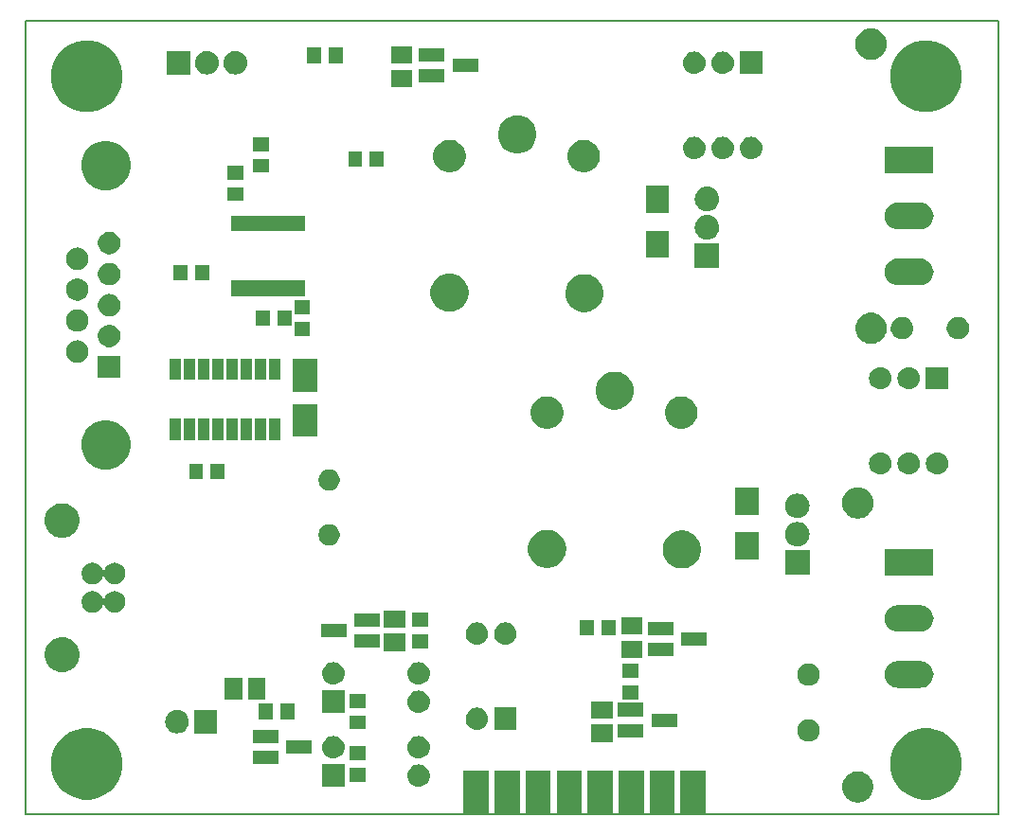
<source format=gbr>
G04 #@! TF.GenerationSoftware,KiCad,Pcbnew,6.0.0-rc1-unknown*
G04 #@! TF.CreationDate,2019-01-01T14:04:30+03:00
G04 #@! TF.ProjectId,socket,736f636b-6574-42e6-9b69-6361645f7063,rev?*
G04 #@! TF.SameCoordinates,Original*
G04 #@! TF.FileFunction,Soldermask,Top*
G04 #@! TF.FilePolarity,Negative*
%FSLAX46Y46*%
G04 Gerber Fmt 4.6, Leading zero omitted, Abs format (unit mm)*
G04 Created by KiCad (PCBNEW 6.0.0-rc1-unknown) date Вт 01 янв 2019 14:04:30*
%MOMM*%
%LPD*%
G04 APERTURE LIST*
%ADD10C,0.150000*%
%ADD11C,0.100000*%
G04 APERTURE END LIST*
D10*
X125500000Y-93000000D02*
X38500000Y-93000000D01*
X38500000Y-22000000D02*
X125500000Y-22000000D01*
X125500000Y-22000000D02*
X125500000Y-93000000D01*
X38500000Y-22000000D02*
X38500000Y-93000000D01*
D11*
G36*
X85468333Y-92940000D02*
G01*
X83221667Y-92940000D01*
X83221667Y-89060000D01*
X85468333Y-89060000D01*
X85468333Y-92940000D01*
X85468333Y-92940000D01*
G37*
G36*
X99318333Y-92940000D02*
G01*
X97071667Y-92940000D01*
X97071667Y-89060000D01*
X99318333Y-89060000D01*
X99318333Y-92940000D01*
X99318333Y-92940000D01*
G37*
G36*
X96548333Y-92940000D02*
G01*
X94301667Y-92940000D01*
X94301667Y-89060000D01*
X96548333Y-89060000D01*
X96548333Y-92940000D01*
X96548333Y-92940000D01*
G37*
G36*
X93778333Y-92940000D02*
G01*
X91531667Y-92940000D01*
X91531667Y-89060000D01*
X93778333Y-89060000D01*
X93778333Y-92940000D01*
X93778333Y-92940000D01*
G37*
G36*
X91008333Y-92940000D02*
G01*
X88761667Y-92940000D01*
X88761667Y-89060000D01*
X91008333Y-89060000D01*
X91008333Y-92940000D01*
X91008333Y-92940000D01*
G37*
G36*
X79928333Y-92940000D02*
G01*
X77681667Y-92940000D01*
X77681667Y-89060000D01*
X79928333Y-89060000D01*
X79928333Y-92940000D01*
X79928333Y-92940000D01*
G37*
G36*
X88238333Y-92940000D02*
G01*
X85991667Y-92940000D01*
X85991667Y-89060000D01*
X88238333Y-89060000D01*
X88238333Y-92940000D01*
X88238333Y-92940000D01*
G37*
G36*
X82698333Y-92940000D02*
G01*
X80451667Y-92940000D01*
X80451667Y-89060000D01*
X82698333Y-89060000D01*
X82698333Y-92940000D01*
X82698333Y-92940000D01*
G37*
G36*
X113176127Y-89177901D02*
G01*
X113311365Y-89204801D01*
X113566149Y-89310336D01*
X113750334Y-89433405D01*
X113795451Y-89463551D01*
X113990449Y-89658549D01*
X113990451Y-89658552D01*
X114143664Y-89887851D01*
X114196649Y-90015767D01*
X114249199Y-90142636D01*
X114294523Y-90370492D01*
X114303000Y-90413112D01*
X114303000Y-90688888D01*
X114249199Y-90959365D01*
X114143664Y-91214149D01*
X113992489Y-91440397D01*
X113990449Y-91443451D01*
X113795451Y-91638449D01*
X113795448Y-91638451D01*
X113566149Y-91791664D01*
X113311365Y-91897199D01*
X113176126Y-91924100D01*
X113040889Y-91951000D01*
X112765111Y-91951000D01*
X112629874Y-91924100D01*
X112494635Y-91897199D01*
X112239851Y-91791664D01*
X112010552Y-91638451D01*
X112010549Y-91638449D01*
X111815551Y-91443451D01*
X111813511Y-91440397D01*
X111662336Y-91214149D01*
X111556801Y-90959365D01*
X111503000Y-90688888D01*
X111503000Y-90413112D01*
X111511478Y-90370492D01*
X111556801Y-90142636D01*
X111609352Y-90015767D01*
X111662336Y-89887851D01*
X111815549Y-89658552D01*
X111815551Y-89658549D01*
X112010549Y-89463551D01*
X112055666Y-89433405D01*
X112239851Y-89310336D01*
X112494635Y-89204801D01*
X112629874Y-89177900D01*
X112765111Y-89151000D01*
X113040889Y-89151000D01*
X113176127Y-89177901D01*
X113176127Y-89177901D01*
G37*
G36*
X119933405Y-85422974D02*
G01*
X120515767Y-85664196D01*
X121039884Y-86014400D01*
X121485600Y-86460116D01*
X121835804Y-86984233D01*
X122077026Y-87566595D01*
X122200000Y-88184826D01*
X122200000Y-88815174D01*
X122077026Y-89433405D01*
X121835804Y-90015767D01*
X121485600Y-90539884D01*
X121039884Y-90985600D01*
X120515767Y-91335804D01*
X119933405Y-91577026D01*
X119315174Y-91700000D01*
X118684826Y-91700000D01*
X118066595Y-91577026D01*
X117484233Y-91335804D01*
X116960116Y-90985600D01*
X116514400Y-90539884D01*
X116164196Y-90015767D01*
X115922974Y-89433405D01*
X115800000Y-88815174D01*
X115800000Y-88184826D01*
X115922974Y-87566595D01*
X116164196Y-86984233D01*
X116514400Y-86460116D01*
X116960116Y-86014400D01*
X117484233Y-85664196D01*
X118066595Y-85422974D01*
X118684826Y-85300000D01*
X119315174Y-85300000D01*
X119933405Y-85422974D01*
X119933405Y-85422974D01*
G37*
G36*
X44933405Y-85422974D02*
G01*
X45515767Y-85664196D01*
X46039884Y-86014400D01*
X46485600Y-86460116D01*
X46835804Y-86984233D01*
X47077026Y-87566595D01*
X47200000Y-88184826D01*
X47200000Y-88815174D01*
X47077026Y-89433405D01*
X46835804Y-90015767D01*
X46485600Y-90539884D01*
X46039884Y-90985600D01*
X45515767Y-91335804D01*
X44933405Y-91577026D01*
X44315174Y-91700000D01*
X43684826Y-91700000D01*
X43066595Y-91577026D01*
X42484233Y-91335804D01*
X41960116Y-90985600D01*
X41514400Y-90539884D01*
X41164196Y-90015767D01*
X40922974Y-89433405D01*
X40800000Y-88815174D01*
X40800000Y-88184826D01*
X40922974Y-87566595D01*
X41164196Y-86984233D01*
X41514400Y-86460116D01*
X41960116Y-86014400D01*
X42484233Y-85664196D01*
X43066595Y-85422974D01*
X43684826Y-85300000D01*
X44315174Y-85300000D01*
X44933405Y-85422974D01*
X44933405Y-85422974D01*
G37*
G36*
X73856030Y-88549469D02*
G01*
X73856033Y-88549470D01*
X73856034Y-88549470D01*
X74044535Y-88606651D01*
X74044537Y-88606652D01*
X74218260Y-88699509D01*
X74370528Y-88824472D01*
X74495491Y-88976740D01*
X74495492Y-88976742D01*
X74588349Y-89150465D01*
X74636845Y-89310335D01*
X74645531Y-89338970D01*
X74664838Y-89535000D01*
X74645531Y-89731030D01*
X74645530Y-89731033D01*
X74645530Y-89731034D01*
X74597960Y-89887853D01*
X74588348Y-89919537D01*
X74495491Y-90093260D01*
X74370528Y-90245528D01*
X74218260Y-90370491D01*
X74218258Y-90370492D01*
X74044535Y-90463349D01*
X73856034Y-90520530D01*
X73856033Y-90520530D01*
X73856030Y-90520531D01*
X73709124Y-90535000D01*
X73610876Y-90535000D01*
X73463970Y-90520531D01*
X73463967Y-90520530D01*
X73463966Y-90520530D01*
X73275465Y-90463349D01*
X73101742Y-90370492D01*
X73101740Y-90370491D01*
X72949472Y-90245528D01*
X72824509Y-90093260D01*
X72731652Y-89919537D01*
X72722041Y-89887853D01*
X72674470Y-89731034D01*
X72674470Y-89731033D01*
X72674469Y-89731030D01*
X72655162Y-89535000D01*
X72674469Y-89338970D01*
X72683155Y-89310335D01*
X72731651Y-89150465D01*
X72824508Y-88976742D01*
X72824509Y-88976740D01*
X72949472Y-88824472D01*
X73101740Y-88699509D01*
X73275463Y-88606652D01*
X73275465Y-88606651D01*
X73463966Y-88549470D01*
X73463967Y-88549470D01*
X73463970Y-88549469D01*
X73610876Y-88535000D01*
X73709124Y-88535000D01*
X73856030Y-88549469D01*
X73856030Y-88549469D01*
G37*
G36*
X67040000Y-90535000D02*
G01*
X65040000Y-90535000D01*
X65040000Y-88535000D01*
X67040000Y-88535000D01*
X67040000Y-90535000D01*
X67040000Y-90535000D01*
G37*
G36*
X68899000Y-90104000D02*
G01*
X67499000Y-90104000D01*
X67499000Y-88859000D01*
X68899000Y-88859000D01*
X68899000Y-90104000D01*
X68899000Y-90104000D01*
G37*
G36*
X61118000Y-88545000D02*
G01*
X58818000Y-88545000D01*
X58818000Y-87345000D01*
X61118000Y-87345000D01*
X61118000Y-88545000D01*
X61118000Y-88545000D01*
G37*
G36*
X68899000Y-88179000D02*
G01*
X67499000Y-88179000D01*
X67499000Y-86934000D01*
X68899000Y-86934000D01*
X68899000Y-88179000D01*
X68899000Y-88179000D01*
G37*
G36*
X66236030Y-86009469D02*
G01*
X66236033Y-86009470D01*
X66236034Y-86009470D01*
X66424535Y-86066651D01*
X66424537Y-86066652D01*
X66598260Y-86159509D01*
X66750528Y-86284472D01*
X66875491Y-86436740D01*
X66968348Y-86610463D01*
X67025531Y-86798970D01*
X67044838Y-86995000D01*
X67025531Y-87191030D01*
X66968348Y-87379537D01*
X66875491Y-87553260D01*
X66750528Y-87705528D01*
X66598260Y-87830491D01*
X66598258Y-87830492D01*
X66424535Y-87923349D01*
X66236034Y-87980530D01*
X66236033Y-87980530D01*
X66236030Y-87980531D01*
X66089124Y-87995000D01*
X65990876Y-87995000D01*
X65843970Y-87980531D01*
X65843967Y-87980530D01*
X65843966Y-87980530D01*
X65655465Y-87923349D01*
X65481742Y-87830492D01*
X65481740Y-87830491D01*
X65329472Y-87705528D01*
X65204509Y-87553260D01*
X65111652Y-87379537D01*
X65054469Y-87191030D01*
X65035162Y-86995000D01*
X65054469Y-86798970D01*
X65111652Y-86610463D01*
X65204509Y-86436740D01*
X65329472Y-86284472D01*
X65481740Y-86159509D01*
X65655463Y-86066652D01*
X65655465Y-86066651D01*
X65843966Y-86009470D01*
X65843967Y-86009470D01*
X65843970Y-86009469D01*
X65990876Y-85995000D01*
X66089124Y-85995000D01*
X66236030Y-86009469D01*
X66236030Y-86009469D01*
G37*
G36*
X73856030Y-86009469D02*
G01*
X73856033Y-86009470D01*
X73856034Y-86009470D01*
X74044535Y-86066651D01*
X74044537Y-86066652D01*
X74218260Y-86159509D01*
X74370528Y-86284472D01*
X74495491Y-86436740D01*
X74588348Y-86610463D01*
X74645531Y-86798970D01*
X74664838Y-86995000D01*
X74645531Y-87191030D01*
X74588348Y-87379537D01*
X74495491Y-87553260D01*
X74370528Y-87705528D01*
X74218260Y-87830491D01*
X74218258Y-87830492D01*
X74044535Y-87923349D01*
X73856034Y-87980530D01*
X73856033Y-87980530D01*
X73856030Y-87980531D01*
X73709124Y-87995000D01*
X73610876Y-87995000D01*
X73463970Y-87980531D01*
X73463967Y-87980530D01*
X73463966Y-87980530D01*
X73275465Y-87923349D01*
X73101742Y-87830492D01*
X73101740Y-87830491D01*
X72949472Y-87705528D01*
X72824509Y-87553260D01*
X72731652Y-87379537D01*
X72674469Y-87191030D01*
X72655162Y-86995000D01*
X72674469Y-86798970D01*
X72731652Y-86610463D01*
X72824509Y-86436740D01*
X72949472Y-86284472D01*
X73101740Y-86159509D01*
X73275463Y-86066652D01*
X73275465Y-86066651D01*
X73463966Y-86009470D01*
X73463967Y-86009470D01*
X73463970Y-86009469D01*
X73610876Y-85995000D01*
X73709124Y-85995000D01*
X73856030Y-86009469D01*
X73856030Y-86009469D01*
G37*
G36*
X64118000Y-87595000D02*
G01*
X61818000Y-87595000D01*
X61818000Y-86395000D01*
X64118000Y-86395000D01*
X64118000Y-87595000D01*
X64118000Y-87595000D01*
G37*
G36*
X61118000Y-86645000D02*
G01*
X58818000Y-86645000D01*
X58818000Y-85445000D01*
X61118000Y-85445000D01*
X61118000Y-86645000D01*
X61118000Y-86645000D01*
G37*
G36*
X90993000Y-86524000D02*
G01*
X89093000Y-86524000D01*
X89093000Y-84979000D01*
X90993000Y-84979000D01*
X90993000Y-86524000D01*
X90993000Y-86524000D01*
G37*
G36*
X108675770Y-84515372D02*
G01*
X108791689Y-84538429D01*
X108973678Y-84613811D01*
X109137463Y-84723249D01*
X109276751Y-84862537D01*
X109386189Y-85026322D01*
X109461571Y-85208311D01*
X109500000Y-85401509D01*
X109500000Y-85598491D01*
X109461571Y-85791689D01*
X109386189Y-85973678D01*
X109276751Y-86137463D01*
X109137463Y-86276751D01*
X108973678Y-86386189D01*
X108791689Y-86461571D01*
X108675770Y-86484628D01*
X108598493Y-86500000D01*
X108401507Y-86500000D01*
X108324230Y-86484628D01*
X108208311Y-86461571D01*
X108026322Y-86386189D01*
X107862537Y-86276751D01*
X107723249Y-86137463D01*
X107613811Y-85973678D01*
X107538429Y-85791689D01*
X107500000Y-85598491D01*
X107500000Y-85401509D01*
X107538429Y-85208311D01*
X107613811Y-85026322D01*
X107723249Y-84862537D01*
X107862537Y-84723249D01*
X108026322Y-84613811D01*
X108208311Y-84538429D01*
X108324230Y-84515372D01*
X108401507Y-84500000D01*
X108598493Y-84500000D01*
X108675770Y-84515372D01*
X108675770Y-84515372D01*
G37*
G36*
X93757000Y-86132000D02*
G01*
X91457000Y-86132000D01*
X91457000Y-84932000D01*
X93757000Y-84932000D01*
X93757000Y-86132000D01*
X93757000Y-86132000D01*
G37*
G36*
X55660000Y-85759000D02*
G01*
X53560000Y-85759000D01*
X53560000Y-83659000D01*
X55660000Y-83659000D01*
X55660000Y-85759000D01*
X55660000Y-85759000D01*
G37*
G36*
X52198707Y-83666597D02*
G01*
X52275836Y-83674193D01*
X52407787Y-83714220D01*
X52473763Y-83734233D01*
X52656172Y-83831733D01*
X52816054Y-83962946D01*
X52947267Y-84122828D01*
X53044767Y-84305237D01*
X53044767Y-84305238D01*
X53104807Y-84503164D01*
X53125080Y-84709000D01*
X53104807Y-84914836D01*
X53070988Y-85026322D01*
X53044767Y-85112763D01*
X52947267Y-85295172D01*
X52816054Y-85455054D01*
X52656172Y-85586267D01*
X52473763Y-85683767D01*
X52407787Y-85703780D01*
X52275836Y-85743807D01*
X52198707Y-85751403D01*
X52121580Y-85759000D01*
X52018420Y-85759000D01*
X51941293Y-85751403D01*
X51864164Y-85743807D01*
X51732213Y-85703780D01*
X51666237Y-85683767D01*
X51483828Y-85586267D01*
X51323946Y-85455054D01*
X51192733Y-85295172D01*
X51095233Y-85112763D01*
X51069012Y-85026322D01*
X51035193Y-84914836D01*
X51014920Y-84709000D01*
X51035193Y-84503164D01*
X51095233Y-84305238D01*
X51095233Y-84305237D01*
X51192733Y-84122828D01*
X51323946Y-83962946D01*
X51483828Y-83831733D01*
X51666237Y-83734233D01*
X51732213Y-83714220D01*
X51864164Y-83674193D01*
X51941293Y-83666597D01*
X52018420Y-83659000D01*
X52121580Y-83659000D01*
X52198707Y-83666597D01*
X52198707Y-83666597D01*
G37*
G36*
X79063030Y-83469469D02*
G01*
X79063033Y-83469470D01*
X79063034Y-83469470D01*
X79251535Y-83526651D01*
X79251537Y-83526652D01*
X79425260Y-83619509D01*
X79577528Y-83744472D01*
X79702491Y-83896740D01*
X79795348Y-84070463D01*
X79852531Y-84258970D01*
X79871838Y-84455000D01*
X79852531Y-84651030D01*
X79852530Y-84651033D01*
X79852530Y-84651034D01*
X79830623Y-84723253D01*
X79795348Y-84839537D01*
X79702491Y-85013260D01*
X79577528Y-85165528D01*
X79425260Y-85290491D01*
X79425258Y-85290492D01*
X79251535Y-85383349D01*
X79063034Y-85440530D01*
X79063033Y-85440530D01*
X79063030Y-85440531D01*
X78916124Y-85455000D01*
X78817876Y-85455000D01*
X78670970Y-85440531D01*
X78670967Y-85440530D01*
X78670966Y-85440530D01*
X78482465Y-85383349D01*
X78308742Y-85290492D01*
X78308740Y-85290491D01*
X78156472Y-85165528D01*
X78031509Y-85013260D01*
X77938652Y-84839537D01*
X77903378Y-84723253D01*
X77881470Y-84651034D01*
X77881470Y-84651033D01*
X77881469Y-84651030D01*
X77862162Y-84455000D01*
X77881469Y-84258970D01*
X77938652Y-84070463D01*
X78031509Y-83896740D01*
X78156472Y-83744472D01*
X78308740Y-83619509D01*
X78482463Y-83526652D01*
X78482465Y-83526651D01*
X78670966Y-83469470D01*
X78670967Y-83469470D01*
X78670970Y-83469469D01*
X78817876Y-83455000D01*
X78916124Y-83455000D01*
X79063030Y-83469469D01*
X79063030Y-83469469D01*
G37*
G36*
X82407000Y-85455000D02*
G01*
X80407000Y-85455000D01*
X80407000Y-83455000D01*
X82407000Y-83455000D01*
X82407000Y-85455000D01*
X82407000Y-85455000D01*
G37*
G36*
X68899000Y-85405000D02*
G01*
X67499000Y-85405000D01*
X67499000Y-84160000D01*
X68899000Y-84160000D01*
X68899000Y-85405000D01*
X68899000Y-85405000D01*
G37*
G36*
X96757000Y-85182000D02*
G01*
X94457000Y-85182000D01*
X94457000Y-83982000D01*
X96757000Y-83982000D01*
X96757000Y-85182000D01*
X96757000Y-85182000D01*
G37*
G36*
X60620000Y-84520000D02*
G01*
X59375000Y-84520000D01*
X59375000Y-83120000D01*
X60620000Y-83120000D01*
X60620000Y-84520000D01*
X60620000Y-84520000D01*
G37*
G36*
X62545000Y-84520000D02*
G01*
X61300000Y-84520000D01*
X61300000Y-83120000D01*
X62545000Y-83120000D01*
X62545000Y-84520000D01*
X62545000Y-84520000D01*
G37*
G36*
X90993000Y-84439000D02*
G01*
X89093000Y-84439000D01*
X89093000Y-82894000D01*
X90993000Y-82894000D01*
X90993000Y-84439000D01*
X90993000Y-84439000D01*
G37*
G36*
X93757000Y-84232000D02*
G01*
X91457000Y-84232000D01*
X91457000Y-83032000D01*
X93757000Y-83032000D01*
X93757000Y-84232000D01*
X93757000Y-84232000D01*
G37*
G36*
X73856030Y-81945469D02*
G01*
X73856033Y-81945470D01*
X73856034Y-81945470D01*
X74044535Y-82002651D01*
X74044537Y-82002652D01*
X74218260Y-82095509D01*
X74370528Y-82220472D01*
X74495491Y-82372740D01*
X74588348Y-82546463D01*
X74645531Y-82734970D01*
X74664838Y-82931000D01*
X74645531Y-83127030D01*
X74588348Y-83315537D01*
X74495491Y-83489260D01*
X74370528Y-83641528D01*
X74218260Y-83766491D01*
X74218258Y-83766492D01*
X74044535Y-83859349D01*
X73856034Y-83916530D01*
X73856033Y-83916530D01*
X73856030Y-83916531D01*
X73709124Y-83931000D01*
X73610876Y-83931000D01*
X73463970Y-83916531D01*
X73463967Y-83916530D01*
X73463966Y-83916530D01*
X73275465Y-83859349D01*
X73101742Y-83766492D01*
X73101740Y-83766491D01*
X72949472Y-83641528D01*
X72824509Y-83489260D01*
X72731652Y-83315537D01*
X72674469Y-83127030D01*
X72655162Y-82931000D01*
X72674469Y-82734970D01*
X72731652Y-82546463D01*
X72824509Y-82372740D01*
X72949472Y-82220472D01*
X73101740Y-82095509D01*
X73275463Y-82002652D01*
X73275465Y-82002651D01*
X73463966Y-81945470D01*
X73463967Y-81945470D01*
X73463970Y-81945469D01*
X73610876Y-81931000D01*
X73709124Y-81931000D01*
X73856030Y-81945469D01*
X73856030Y-81945469D01*
G37*
G36*
X67040000Y-83931000D02*
G01*
X65040000Y-83931000D01*
X65040000Y-81931000D01*
X67040000Y-81931000D01*
X67040000Y-83931000D01*
X67040000Y-83931000D01*
G37*
G36*
X68899000Y-83480000D02*
G01*
X67499000Y-83480000D01*
X67499000Y-82235000D01*
X68899000Y-82235000D01*
X68899000Y-83480000D01*
X68899000Y-83480000D01*
G37*
G36*
X57896000Y-82738000D02*
G01*
X56351000Y-82738000D01*
X56351000Y-80838000D01*
X57896000Y-80838000D01*
X57896000Y-82738000D01*
X57896000Y-82738000D01*
G37*
G36*
X59981000Y-82738000D02*
G01*
X58436000Y-82738000D01*
X58436000Y-80838000D01*
X59981000Y-80838000D01*
X59981000Y-82738000D01*
X59981000Y-82738000D01*
G37*
G36*
X93283000Y-82738000D02*
G01*
X91883000Y-82738000D01*
X91883000Y-81493000D01*
X93283000Y-81493000D01*
X93283000Y-82738000D01*
X93283000Y-82738000D01*
G37*
G36*
X118583418Y-79313444D02*
G01*
X118723281Y-79327219D01*
X118947596Y-79395265D01*
X119154327Y-79505764D01*
X119335528Y-79654472D01*
X119484236Y-79835673D01*
X119594735Y-80042404D01*
X119662781Y-80266719D01*
X119685757Y-80500000D01*
X119662781Y-80733281D01*
X119594735Y-80957596D01*
X119484236Y-81164327D01*
X119335528Y-81345528D01*
X119154327Y-81494236D01*
X118947596Y-81604735D01*
X118723281Y-81672781D01*
X118583418Y-81686556D01*
X118548453Y-81690000D01*
X116451547Y-81690000D01*
X116416582Y-81686556D01*
X116276719Y-81672781D01*
X116052404Y-81604735D01*
X115845673Y-81494236D01*
X115664472Y-81345528D01*
X115515764Y-81164327D01*
X115405265Y-80957596D01*
X115337219Y-80733281D01*
X115314243Y-80500000D01*
X115337219Y-80266719D01*
X115405265Y-80042404D01*
X115515764Y-79835673D01*
X115664472Y-79654472D01*
X115845673Y-79505764D01*
X116052404Y-79395265D01*
X116276719Y-79327219D01*
X116416582Y-79313444D01*
X116451547Y-79310000D01*
X118548453Y-79310000D01*
X118583418Y-79313444D01*
X118583418Y-79313444D01*
G37*
G36*
X108675770Y-79515372D02*
G01*
X108791689Y-79538429D01*
X108973678Y-79613811D01*
X109137463Y-79723249D01*
X109276751Y-79862537D01*
X109386189Y-80026322D01*
X109461571Y-80208311D01*
X109500000Y-80401509D01*
X109500000Y-80598491D01*
X109461571Y-80791689D01*
X109386189Y-80973678D01*
X109276751Y-81137463D01*
X109137463Y-81276751D01*
X108973678Y-81386189D01*
X108791689Y-81461571D01*
X108675770Y-81484628D01*
X108598493Y-81500000D01*
X108401507Y-81500000D01*
X108324230Y-81484628D01*
X108208311Y-81461571D01*
X108026322Y-81386189D01*
X107862537Y-81276751D01*
X107723249Y-81137463D01*
X107613811Y-80973678D01*
X107538429Y-80791689D01*
X107500000Y-80598491D01*
X107500000Y-80401509D01*
X107538429Y-80208311D01*
X107613811Y-80026322D01*
X107723249Y-79862537D01*
X107862537Y-79723249D01*
X108026322Y-79613811D01*
X108208311Y-79538429D01*
X108324230Y-79515372D01*
X108401507Y-79500000D01*
X108598493Y-79500000D01*
X108675770Y-79515372D01*
X108675770Y-79515372D01*
G37*
G36*
X73856030Y-79405469D02*
G01*
X73856033Y-79405470D01*
X73856034Y-79405470D01*
X74044535Y-79462651D01*
X74044537Y-79462652D01*
X74218260Y-79555509D01*
X74370528Y-79680472D01*
X74495491Y-79832740D01*
X74495492Y-79832742D01*
X74588349Y-80006465D01*
X74594373Y-80026325D01*
X74645531Y-80194970D01*
X74664838Y-80391000D01*
X74645531Y-80587030D01*
X74645530Y-80587033D01*
X74645530Y-80587034D01*
X74601167Y-80733281D01*
X74588348Y-80775537D01*
X74495491Y-80949260D01*
X74370528Y-81101528D01*
X74218260Y-81226491D01*
X74218258Y-81226492D01*
X74044535Y-81319349D01*
X73856034Y-81376530D01*
X73856033Y-81376530D01*
X73856030Y-81376531D01*
X73709124Y-81391000D01*
X73610876Y-81391000D01*
X73463970Y-81376531D01*
X73463967Y-81376530D01*
X73463966Y-81376530D01*
X73275465Y-81319349D01*
X73101742Y-81226492D01*
X73101740Y-81226491D01*
X72949472Y-81101528D01*
X72824509Y-80949260D01*
X72731652Y-80775537D01*
X72718834Y-80733281D01*
X72674470Y-80587034D01*
X72674470Y-80587033D01*
X72674469Y-80587030D01*
X72655162Y-80391000D01*
X72674469Y-80194970D01*
X72725627Y-80026325D01*
X72731651Y-80006465D01*
X72824508Y-79832742D01*
X72824509Y-79832740D01*
X72949472Y-79680472D01*
X73101740Y-79555509D01*
X73275463Y-79462652D01*
X73275465Y-79462651D01*
X73463966Y-79405470D01*
X73463967Y-79405470D01*
X73463970Y-79405469D01*
X73610876Y-79391000D01*
X73709124Y-79391000D01*
X73856030Y-79405469D01*
X73856030Y-79405469D01*
G37*
G36*
X66236030Y-79405469D02*
G01*
X66236033Y-79405470D01*
X66236034Y-79405470D01*
X66424535Y-79462651D01*
X66424537Y-79462652D01*
X66598260Y-79555509D01*
X66750528Y-79680472D01*
X66875491Y-79832740D01*
X66875492Y-79832742D01*
X66968349Y-80006465D01*
X66974373Y-80026325D01*
X67025531Y-80194970D01*
X67044838Y-80391000D01*
X67025531Y-80587030D01*
X67025530Y-80587033D01*
X67025530Y-80587034D01*
X66981167Y-80733281D01*
X66968348Y-80775537D01*
X66875491Y-80949260D01*
X66750528Y-81101528D01*
X66598260Y-81226491D01*
X66598258Y-81226492D01*
X66424535Y-81319349D01*
X66236034Y-81376530D01*
X66236033Y-81376530D01*
X66236030Y-81376531D01*
X66089124Y-81391000D01*
X65990876Y-81391000D01*
X65843970Y-81376531D01*
X65843967Y-81376530D01*
X65843966Y-81376530D01*
X65655465Y-81319349D01*
X65481742Y-81226492D01*
X65481740Y-81226491D01*
X65329472Y-81101528D01*
X65204509Y-80949260D01*
X65111652Y-80775537D01*
X65098834Y-80733281D01*
X65054470Y-80587034D01*
X65054470Y-80587033D01*
X65054469Y-80587030D01*
X65035162Y-80391000D01*
X65054469Y-80194970D01*
X65105627Y-80026325D01*
X65111651Y-80006465D01*
X65204508Y-79832742D01*
X65204509Y-79832740D01*
X65329472Y-79680472D01*
X65481740Y-79555509D01*
X65655463Y-79462652D01*
X65655465Y-79462651D01*
X65843966Y-79405470D01*
X65843967Y-79405470D01*
X65843970Y-79405469D01*
X65990876Y-79391000D01*
X66089124Y-79391000D01*
X66236030Y-79405469D01*
X66236030Y-79405469D01*
G37*
G36*
X93283000Y-80813000D02*
G01*
X91883000Y-80813000D01*
X91883000Y-79568000D01*
X93283000Y-79568000D01*
X93283000Y-80813000D01*
X93283000Y-80813000D01*
G37*
G36*
X42052481Y-77199855D02*
G01*
X42252118Y-77239565D01*
X42440173Y-77317460D01*
X42534201Y-77356408D01*
X42788071Y-77526038D01*
X43003962Y-77741929D01*
X43173592Y-77995799D01*
X43173592Y-77995800D01*
X43290435Y-78277882D01*
X43350000Y-78577338D01*
X43350000Y-78882662D01*
X43290435Y-79182118D01*
X43237464Y-79310000D01*
X43173592Y-79464201D01*
X43003962Y-79718071D01*
X42788071Y-79933962D01*
X42534201Y-80103592D01*
X42440173Y-80142540D01*
X42252118Y-80220435D01*
X42052481Y-80260145D01*
X41952663Y-80280000D01*
X41647337Y-80280000D01*
X41547519Y-80260145D01*
X41347882Y-80220435D01*
X41159827Y-80142540D01*
X41065799Y-80103592D01*
X40811929Y-79933962D01*
X40596038Y-79718071D01*
X40426408Y-79464201D01*
X40362536Y-79310000D01*
X40309565Y-79182118D01*
X40250000Y-78882662D01*
X40250000Y-78577338D01*
X40309565Y-78277882D01*
X40426408Y-77995800D01*
X40426408Y-77995799D01*
X40596038Y-77741929D01*
X40811929Y-77526038D01*
X41065799Y-77356408D01*
X41159827Y-77317460D01*
X41347882Y-77239565D01*
X41547519Y-77199855D01*
X41647337Y-77180000D01*
X41952663Y-77180000D01*
X42052481Y-77199855D01*
X42052481Y-77199855D01*
G37*
G36*
X93660000Y-79031000D02*
G01*
X91760000Y-79031000D01*
X91760000Y-77486000D01*
X93660000Y-77486000D01*
X93660000Y-79031000D01*
X93660000Y-79031000D01*
G37*
G36*
X96424000Y-78893000D02*
G01*
X94124000Y-78893000D01*
X94124000Y-77693000D01*
X96424000Y-77693000D01*
X96424000Y-78893000D01*
X96424000Y-78893000D01*
G37*
G36*
X72451000Y-78396000D02*
G01*
X70551000Y-78396000D01*
X70551000Y-76851000D01*
X72451000Y-76851000D01*
X72451000Y-78396000D01*
X72451000Y-78396000D01*
G37*
G36*
X74487000Y-78166000D02*
G01*
X73087000Y-78166000D01*
X73087000Y-76921000D01*
X74487000Y-76921000D01*
X74487000Y-78166000D01*
X74487000Y-78166000D01*
G37*
G36*
X70214000Y-78131000D02*
G01*
X67914000Y-78131000D01*
X67914000Y-76931000D01*
X70214000Y-76931000D01*
X70214000Y-78131000D01*
X70214000Y-78131000D01*
G37*
G36*
X99424000Y-77943000D02*
G01*
X97124000Y-77943000D01*
X97124000Y-76743000D01*
X99424000Y-76743000D01*
X99424000Y-77943000D01*
X99424000Y-77943000D01*
G37*
G36*
X81603030Y-75849469D02*
G01*
X81603033Y-75849470D01*
X81603034Y-75849470D01*
X81791535Y-75906651D01*
X81791537Y-75906652D01*
X81965260Y-75999509D01*
X82117528Y-76124472D01*
X82242491Y-76276740D01*
X82242492Y-76276742D01*
X82335349Y-76450465D01*
X82382146Y-76604734D01*
X82392531Y-76638970D01*
X82411838Y-76835000D01*
X82392531Y-77031030D01*
X82392530Y-77031033D01*
X82392530Y-77031034D01*
X82347342Y-77180000D01*
X82335348Y-77219537D01*
X82242491Y-77393260D01*
X82117528Y-77545528D01*
X81965260Y-77670491D01*
X81965258Y-77670492D01*
X81791535Y-77763349D01*
X81603034Y-77820530D01*
X81603033Y-77820530D01*
X81603030Y-77820531D01*
X81456124Y-77835000D01*
X81357876Y-77835000D01*
X81210970Y-77820531D01*
X81210967Y-77820530D01*
X81210966Y-77820530D01*
X81022465Y-77763349D01*
X80848742Y-77670492D01*
X80848740Y-77670491D01*
X80696472Y-77545528D01*
X80571509Y-77393260D01*
X80478652Y-77219537D01*
X80466659Y-77180000D01*
X80421470Y-77031034D01*
X80421470Y-77031033D01*
X80421469Y-77031030D01*
X80402162Y-76835000D01*
X80421469Y-76638970D01*
X80431854Y-76604734D01*
X80478651Y-76450465D01*
X80571508Y-76276742D01*
X80571509Y-76276740D01*
X80696472Y-76124472D01*
X80848740Y-75999509D01*
X81022463Y-75906652D01*
X81022465Y-75906651D01*
X81210966Y-75849470D01*
X81210967Y-75849470D01*
X81210970Y-75849469D01*
X81357876Y-75835000D01*
X81456124Y-75835000D01*
X81603030Y-75849469D01*
X81603030Y-75849469D01*
G37*
G36*
X79063030Y-75849469D02*
G01*
X79063033Y-75849470D01*
X79063034Y-75849470D01*
X79251535Y-75906651D01*
X79251537Y-75906652D01*
X79425260Y-75999509D01*
X79577528Y-76124472D01*
X79702491Y-76276740D01*
X79702492Y-76276742D01*
X79795349Y-76450465D01*
X79842146Y-76604734D01*
X79852531Y-76638970D01*
X79871838Y-76835000D01*
X79852531Y-77031030D01*
X79852530Y-77031033D01*
X79852530Y-77031034D01*
X79807342Y-77180000D01*
X79795348Y-77219537D01*
X79702491Y-77393260D01*
X79577528Y-77545528D01*
X79425260Y-77670491D01*
X79425258Y-77670492D01*
X79251535Y-77763349D01*
X79063034Y-77820530D01*
X79063033Y-77820530D01*
X79063030Y-77820531D01*
X78916124Y-77835000D01*
X78817876Y-77835000D01*
X78670970Y-77820531D01*
X78670967Y-77820530D01*
X78670966Y-77820530D01*
X78482465Y-77763349D01*
X78308742Y-77670492D01*
X78308740Y-77670491D01*
X78156472Y-77545528D01*
X78031509Y-77393260D01*
X77938652Y-77219537D01*
X77926659Y-77180000D01*
X77881470Y-77031034D01*
X77881470Y-77031033D01*
X77881469Y-77031030D01*
X77862162Y-76835000D01*
X77881469Y-76638970D01*
X77891854Y-76604734D01*
X77938651Y-76450465D01*
X78031508Y-76276742D01*
X78031509Y-76276740D01*
X78156472Y-76124472D01*
X78308740Y-75999509D01*
X78482463Y-75906652D01*
X78482465Y-75906651D01*
X78670966Y-75849470D01*
X78670967Y-75849470D01*
X78670970Y-75849469D01*
X78817876Y-75835000D01*
X78916124Y-75835000D01*
X79063030Y-75849469D01*
X79063030Y-75849469D01*
G37*
G36*
X67214000Y-77181000D02*
G01*
X64914000Y-77181000D01*
X64914000Y-75981000D01*
X67214000Y-75981000D01*
X67214000Y-77181000D01*
X67214000Y-77181000D01*
G37*
G36*
X89322000Y-77027000D02*
G01*
X88077000Y-77027000D01*
X88077000Y-75627000D01*
X89322000Y-75627000D01*
X89322000Y-77027000D01*
X89322000Y-77027000D01*
G37*
G36*
X91247000Y-77027000D02*
G01*
X90002000Y-77027000D01*
X90002000Y-75627000D01*
X91247000Y-75627000D01*
X91247000Y-77027000D01*
X91247000Y-77027000D01*
G37*
G36*
X96424000Y-76993000D02*
G01*
X94124000Y-76993000D01*
X94124000Y-75793000D01*
X96424000Y-75793000D01*
X96424000Y-76993000D01*
X96424000Y-76993000D01*
G37*
G36*
X93660000Y-76946000D02*
G01*
X91760000Y-76946000D01*
X91760000Y-75401000D01*
X93660000Y-75401000D01*
X93660000Y-76946000D01*
X93660000Y-76946000D01*
G37*
G36*
X118583418Y-74313444D02*
G01*
X118723281Y-74327219D01*
X118947596Y-74395265D01*
X119154327Y-74505764D01*
X119335528Y-74654472D01*
X119484236Y-74835673D01*
X119569932Y-74996000D01*
X119588640Y-75031000D01*
X119594735Y-75042404D01*
X119662781Y-75266719D01*
X119685757Y-75500000D01*
X119662781Y-75733281D01*
X119594735Y-75957596D01*
X119484236Y-76164327D01*
X119335528Y-76345528D01*
X119154327Y-76494236D01*
X118947596Y-76604735D01*
X118723281Y-76672781D01*
X118583418Y-76686556D01*
X118548453Y-76690000D01*
X116451547Y-76690000D01*
X116416582Y-76686556D01*
X116276719Y-76672781D01*
X116052404Y-76604735D01*
X115845673Y-76494236D01*
X115664472Y-76345528D01*
X115515764Y-76164327D01*
X115405265Y-75957596D01*
X115337219Y-75733281D01*
X115314243Y-75500000D01*
X115337219Y-75266719D01*
X115405265Y-75042404D01*
X115411361Y-75031000D01*
X115430068Y-74996000D01*
X115515764Y-74835673D01*
X115664472Y-74654472D01*
X115845673Y-74505764D01*
X116052404Y-74395265D01*
X116276719Y-74327219D01*
X116416582Y-74313444D01*
X116451547Y-74310000D01*
X118548453Y-74310000D01*
X118583418Y-74313444D01*
X118583418Y-74313444D01*
G37*
G36*
X72451000Y-76311000D02*
G01*
X70551000Y-76311000D01*
X70551000Y-74766000D01*
X72451000Y-74766000D01*
X72451000Y-76311000D01*
X72451000Y-76311000D01*
G37*
G36*
X74487000Y-76241000D02*
G01*
X73087000Y-76241000D01*
X73087000Y-74996000D01*
X74487000Y-74996000D01*
X74487000Y-76241000D01*
X74487000Y-76241000D01*
G37*
G36*
X70214000Y-76231000D02*
G01*
X67914000Y-76231000D01*
X67914000Y-75031000D01*
X70214000Y-75031000D01*
X70214000Y-76231000D01*
X70214000Y-76231000D01*
G37*
G36*
X44687287Y-73058446D02*
G01*
X44780022Y-73076892D01*
X44954731Y-73149259D01*
X45109872Y-73252921D01*
X45111967Y-73254321D01*
X45245679Y-73388033D01*
X45350742Y-73545271D01*
X45384515Y-73626806D01*
X45396066Y-73648417D01*
X45411612Y-73667359D01*
X45430554Y-73682905D01*
X45452165Y-73694456D01*
X45475614Y-73701569D01*
X45500000Y-73703971D01*
X45524386Y-73701569D01*
X45547835Y-73694456D01*
X45569446Y-73682905D01*
X45588388Y-73667359D01*
X45603934Y-73648417D01*
X45615485Y-73626806D01*
X45649258Y-73545271D01*
X45754321Y-73388033D01*
X45888033Y-73254321D01*
X45890128Y-73252921D01*
X46045269Y-73149259D01*
X46219978Y-73076892D01*
X46312713Y-73058446D01*
X46405447Y-73040000D01*
X46594553Y-73040000D01*
X46687287Y-73058446D01*
X46780022Y-73076892D01*
X46954731Y-73149259D01*
X47109872Y-73252921D01*
X47111967Y-73254321D01*
X47245679Y-73388033D01*
X47245681Y-73388036D01*
X47350741Y-73545269D01*
X47423108Y-73719978D01*
X47460000Y-73905448D01*
X47460000Y-74094552D01*
X47423108Y-74280022D01*
X47407752Y-74317095D01*
X47350742Y-74454729D01*
X47245679Y-74611967D01*
X47111967Y-74745679D01*
X47111964Y-74745681D01*
X46954731Y-74850741D01*
X46780022Y-74923108D01*
X46687287Y-74941554D01*
X46594553Y-74960000D01*
X46405447Y-74960000D01*
X46312713Y-74941554D01*
X46219978Y-74923108D01*
X46045269Y-74850741D01*
X45888036Y-74745681D01*
X45888033Y-74745679D01*
X45754321Y-74611967D01*
X45649258Y-74454729D01*
X45615485Y-74373194D01*
X45603934Y-74351583D01*
X45588388Y-74332641D01*
X45569446Y-74317095D01*
X45547835Y-74305544D01*
X45524386Y-74298431D01*
X45500000Y-74296029D01*
X45475614Y-74298431D01*
X45452165Y-74305544D01*
X45430554Y-74317095D01*
X45411612Y-74332641D01*
X45396066Y-74351583D01*
X45384515Y-74373194D01*
X45350742Y-74454729D01*
X45245679Y-74611967D01*
X45111967Y-74745679D01*
X45111964Y-74745681D01*
X44954731Y-74850741D01*
X44780022Y-74923108D01*
X44687287Y-74941554D01*
X44594553Y-74960000D01*
X44405447Y-74960000D01*
X44312713Y-74941554D01*
X44219978Y-74923108D01*
X44045269Y-74850741D01*
X43888036Y-74745681D01*
X43888033Y-74745679D01*
X43754321Y-74611967D01*
X43649258Y-74454729D01*
X43592248Y-74317095D01*
X43576892Y-74280022D01*
X43540000Y-74094552D01*
X43540000Y-73905448D01*
X43576892Y-73719978D01*
X43649259Y-73545269D01*
X43754319Y-73388036D01*
X43754321Y-73388033D01*
X43888033Y-73254321D01*
X43890128Y-73252921D01*
X44045269Y-73149259D01*
X44219978Y-73076892D01*
X44312713Y-73058446D01*
X44405447Y-73040000D01*
X44594553Y-73040000D01*
X44687287Y-73058446D01*
X44687287Y-73058446D01*
G37*
G36*
X44687287Y-70518446D02*
G01*
X44780022Y-70536892D01*
X44954731Y-70609259D01*
X45109872Y-70712921D01*
X45111967Y-70714321D01*
X45245679Y-70848033D01*
X45245681Y-70848036D01*
X45325839Y-70968000D01*
X45350742Y-71005271D01*
X45384515Y-71086806D01*
X45396066Y-71108417D01*
X45411612Y-71127359D01*
X45430554Y-71142905D01*
X45452165Y-71154456D01*
X45475614Y-71161569D01*
X45500000Y-71163971D01*
X45524386Y-71161569D01*
X45547835Y-71154456D01*
X45569446Y-71142905D01*
X45588388Y-71127359D01*
X45603934Y-71108417D01*
X45615485Y-71086806D01*
X45649258Y-71005271D01*
X45674162Y-70968000D01*
X45754319Y-70848036D01*
X45754321Y-70848033D01*
X45888033Y-70714321D01*
X45890128Y-70712921D01*
X46045269Y-70609259D01*
X46219978Y-70536892D01*
X46312713Y-70518446D01*
X46405447Y-70500000D01*
X46594553Y-70500000D01*
X46687287Y-70518446D01*
X46780022Y-70536892D01*
X46954731Y-70609259D01*
X47109872Y-70712921D01*
X47111967Y-70714321D01*
X47245679Y-70848033D01*
X47245681Y-70848036D01*
X47350741Y-71005269D01*
X47423108Y-71179978D01*
X47460000Y-71365448D01*
X47460000Y-71554552D01*
X47423108Y-71740022D01*
X47412536Y-71765544D01*
X47350742Y-71914729D01*
X47245679Y-72071967D01*
X47111967Y-72205679D01*
X47111964Y-72205681D01*
X46954731Y-72310741D01*
X46780022Y-72383108D01*
X46687287Y-72401554D01*
X46594553Y-72420000D01*
X46405447Y-72420000D01*
X46312713Y-72401554D01*
X46219978Y-72383108D01*
X46045269Y-72310741D01*
X45888036Y-72205681D01*
X45888033Y-72205679D01*
X45754321Y-72071967D01*
X45649258Y-71914729D01*
X45615485Y-71833194D01*
X45603934Y-71811583D01*
X45588388Y-71792641D01*
X45569446Y-71777095D01*
X45547835Y-71765544D01*
X45524386Y-71758431D01*
X45500000Y-71756029D01*
X45475614Y-71758431D01*
X45452165Y-71765544D01*
X45430554Y-71777095D01*
X45411612Y-71792641D01*
X45396066Y-71811583D01*
X45384515Y-71833194D01*
X45350742Y-71914729D01*
X45245679Y-72071967D01*
X45111967Y-72205679D01*
X45111964Y-72205681D01*
X44954731Y-72310741D01*
X44780022Y-72383108D01*
X44687287Y-72401554D01*
X44594553Y-72420000D01*
X44405447Y-72420000D01*
X44312713Y-72401554D01*
X44219978Y-72383108D01*
X44045269Y-72310741D01*
X43888036Y-72205681D01*
X43888033Y-72205679D01*
X43754321Y-72071967D01*
X43649258Y-71914729D01*
X43587464Y-71765544D01*
X43576892Y-71740022D01*
X43540000Y-71554552D01*
X43540000Y-71365448D01*
X43576892Y-71179978D01*
X43649259Y-71005269D01*
X43754319Y-70848036D01*
X43754321Y-70848033D01*
X43888033Y-70714321D01*
X43890128Y-70712921D01*
X44045269Y-70609259D01*
X44219978Y-70536892D01*
X44312713Y-70518446D01*
X44405447Y-70500000D01*
X44594553Y-70500000D01*
X44687287Y-70518446D01*
X44687287Y-70518446D01*
G37*
G36*
X119680000Y-71690000D02*
G01*
X115320000Y-71690000D01*
X115320000Y-69310000D01*
X119680000Y-69310000D01*
X119680000Y-71690000D01*
X119680000Y-71690000D01*
G37*
G36*
X108600000Y-71600000D02*
G01*
X106400000Y-71600000D01*
X106400000Y-69400000D01*
X108600000Y-69400000D01*
X108600000Y-71600000D01*
X108600000Y-71600000D01*
G37*
G36*
X97572393Y-67661553D02*
G01*
X97681872Y-67683330D01*
X97991252Y-67811479D01*
X98269687Y-67997523D01*
X98506477Y-68234313D01*
X98692521Y-68512748D01*
X98820670Y-68822128D01*
X98824400Y-68840879D01*
X98876055Y-69100565D01*
X98886000Y-69150565D01*
X98886000Y-69485435D01*
X98820670Y-69813872D01*
X98692521Y-70123252D01*
X98506477Y-70401687D01*
X98269687Y-70638477D01*
X97991252Y-70824521D01*
X97681872Y-70952670D01*
X97572393Y-70974447D01*
X97353437Y-71018000D01*
X97018563Y-71018000D01*
X96799607Y-70974447D01*
X96690128Y-70952670D01*
X96380748Y-70824521D01*
X96102313Y-70638477D01*
X95865523Y-70401687D01*
X95679479Y-70123252D01*
X95551330Y-69813872D01*
X95486000Y-69485435D01*
X95486000Y-69150565D01*
X95495946Y-69100565D01*
X95547600Y-68840879D01*
X95551330Y-68822128D01*
X95679479Y-68512748D01*
X95865523Y-68234313D01*
X96102313Y-67997523D01*
X96380748Y-67811479D01*
X96690128Y-67683330D01*
X96799607Y-67661553D01*
X97018563Y-67618000D01*
X97353437Y-67618000D01*
X97572393Y-67661553D01*
X97572393Y-67661553D01*
G37*
G36*
X85522393Y-67611553D02*
G01*
X85631872Y-67633330D01*
X85941252Y-67761479D01*
X86219687Y-67947523D01*
X86456477Y-68184313D01*
X86642521Y-68462748D01*
X86770670Y-68772128D01*
X86780616Y-68822129D01*
X86836000Y-69100563D01*
X86836000Y-69435437D01*
X86826054Y-69485437D01*
X86770670Y-69763872D01*
X86642521Y-70073252D01*
X86456477Y-70351687D01*
X86219687Y-70588477D01*
X85941252Y-70774521D01*
X85631872Y-70902670D01*
X85522393Y-70924447D01*
X85303437Y-70968000D01*
X84968563Y-70968000D01*
X84749607Y-70924447D01*
X84640128Y-70902670D01*
X84330748Y-70774521D01*
X84052313Y-70588477D01*
X83815523Y-70351687D01*
X83629479Y-70073252D01*
X83501330Y-69763872D01*
X83445946Y-69485437D01*
X83436000Y-69435437D01*
X83436000Y-69100563D01*
X83491384Y-68822129D01*
X83501330Y-68772128D01*
X83629479Y-68462748D01*
X83815523Y-68184313D01*
X84052313Y-67947523D01*
X84330748Y-67761479D01*
X84640128Y-67633330D01*
X84749607Y-67611553D01*
X84968563Y-67568000D01*
X85303437Y-67568000D01*
X85522393Y-67611553D01*
X85522393Y-67611553D01*
G37*
G36*
X104050000Y-70200000D02*
G01*
X101950000Y-70200000D01*
X101950000Y-67800000D01*
X104050000Y-67800000D01*
X104050000Y-70200000D01*
X104050000Y-70200000D01*
G37*
G36*
X107715639Y-66875916D02*
G01*
X107922986Y-66938815D01*
X107922988Y-66938816D01*
X108114084Y-67040958D01*
X108281581Y-67178419D01*
X108419042Y-67345916D01*
X108482266Y-67464201D01*
X108521185Y-67537014D01*
X108584084Y-67744361D01*
X108605322Y-67960000D01*
X108584084Y-68175639D01*
X108566286Y-68234311D01*
X108521184Y-68382988D01*
X108419042Y-68574084D01*
X108281581Y-68741581D01*
X108114084Y-68879042D01*
X107922988Y-68981184D01*
X107922986Y-68981185D01*
X107715639Y-69044084D01*
X107554038Y-69060000D01*
X107445962Y-69060000D01*
X107284361Y-69044084D01*
X107077014Y-68981185D01*
X107077012Y-68981184D01*
X106885916Y-68879042D01*
X106718419Y-68741581D01*
X106580958Y-68574084D01*
X106478816Y-68382988D01*
X106433715Y-68234311D01*
X106415916Y-68175639D01*
X106394678Y-67960000D01*
X106415916Y-67744361D01*
X106478815Y-67537014D01*
X106517734Y-67464201D01*
X106580958Y-67345916D01*
X106718419Y-67178419D01*
X106885916Y-67040958D01*
X107077012Y-66938816D01*
X107077014Y-66938815D01*
X107284361Y-66875916D01*
X107445962Y-66860000D01*
X107554038Y-66860000D01*
X107715639Y-66875916D01*
X107715639Y-66875916D01*
G37*
G36*
X65798451Y-67058127D02*
G01*
X65936105Y-67085508D01*
X66108994Y-67157121D01*
X66264590Y-67261087D01*
X66396913Y-67393410D01*
X66500879Y-67549006D01*
X66572492Y-67721895D01*
X66609000Y-67905433D01*
X66609000Y-68092567D01*
X66572492Y-68276105D01*
X66500879Y-68448994D01*
X66396913Y-68604590D01*
X66264590Y-68736913D01*
X66108994Y-68840879D01*
X65936105Y-68912492D01*
X65798452Y-68939873D01*
X65752568Y-68949000D01*
X65565432Y-68949000D01*
X65519548Y-68939873D01*
X65381895Y-68912492D01*
X65209006Y-68840879D01*
X65053410Y-68736913D01*
X64921087Y-68604590D01*
X64817121Y-68448994D01*
X64745508Y-68276105D01*
X64709000Y-68092567D01*
X64709000Y-67905433D01*
X64745508Y-67721895D01*
X64817121Y-67549006D01*
X64921087Y-67393410D01*
X65053410Y-67261087D01*
X65209006Y-67157121D01*
X65381895Y-67085508D01*
X65519549Y-67058127D01*
X65565432Y-67049000D01*
X65752568Y-67049000D01*
X65798451Y-67058127D01*
X65798451Y-67058127D01*
G37*
G36*
X42052481Y-65199855D02*
G01*
X42252118Y-65239565D01*
X42440173Y-65317460D01*
X42534201Y-65356408D01*
X42788071Y-65526038D01*
X43003962Y-65741929D01*
X43173592Y-65995799D01*
X43173592Y-65995800D01*
X43290435Y-66277882D01*
X43350000Y-66577338D01*
X43350000Y-66882662D01*
X43290435Y-67182118D01*
X43222587Y-67345916D01*
X43173592Y-67464201D01*
X43003962Y-67718071D01*
X42788071Y-67933962D01*
X42534201Y-68103592D01*
X42440173Y-68142540D01*
X42252118Y-68220435D01*
X42052481Y-68260145D01*
X41952663Y-68280000D01*
X41647337Y-68280000D01*
X41547519Y-68260145D01*
X41347882Y-68220435D01*
X41159827Y-68142540D01*
X41065799Y-68103592D01*
X40811929Y-67933962D01*
X40596038Y-67718071D01*
X40426408Y-67464201D01*
X40377413Y-67345916D01*
X40309565Y-67182118D01*
X40250000Y-66882662D01*
X40250000Y-66577338D01*
X40309565Y-66277882D01*
X40426408Y-65995800D01*
X40426408Y-65995799D01*
X40596038Y-65741929D01*
X40811929Y-65526038D01*
X41065799Y-65356408D01*
X41159827Y-65317460D01*
X41347882Y-65239565D01*
X41547519Y-65199855D01*
X41647337Y-65180000D01*
X41952663Y-65180000D01*
X42052481Y-65199855D01*
X42052481Y-65199855D01*
G37*
G36*
X113177448Y-63771257D02*
G01*
X113441349Y-63851310D01*
X113684562Y-63981310D01*
X113897739Y-64156261D01*
X114072690Y-64369438D01*
X114202690Y-64612651D01*
X114282743Y-64876552D01*
X114309774Y-65151000D01*
X114282743Y-65425448D01*
X114202690Y-65689349D01*
X114072690Y-65932562D01*
X113897739Y-66145739D01*
X113684562Y-66320690D01*
X113441349Y-66450690D01*
X113177448Y-66530743D01*
X112971777Y-66551000D01*
X112834223Y-66551000D01*
X112628552Y-66530743D01*
X112364651Y-66450690D01*
X112121438Y-66320690D01*
X111908261Y-66145739D01*
X111733310Y-65932562D01*
X111603310Y-65689349D01*
X111523257Y-65425448D01*
X111496226Y-65151000D01*
X111523257Y-64876552D01*
X111603310Y-64612651D01*
X111733310Y-64369438D01*
X111908261Y-64156261D01*
X112121438Y-63981310D01*
X112364651Y-63851310D01*
X112628552Y-63771257D01*
X112834223Y-63751000D01*
X112971777Y-63751000D01*
X113177448Y-63771257D01*
X113177448Y-63771257D01*
G37*
G36*
X107715639Y-64335916D02*
G01*
X107922986Y-64398815D01*
X107922988Y-64398816D01*
X108114084Y-64500958D01*
X108281581Y-64638419D01*
X108419042Y-64805916D01*
X108456797Y-64876552D01*
X108521185Y-64997014D01*
X108584084Y-65204361D01*
X108605322Y-65420000D01*
X108584084Y-65635639D01*
X108551841Y-65741929D01*
X108521184Y-65842988D01*
X108419042Y-66034084D01*
X108281581Y-66201581D01*
X108114084Y-66339042D01*
X107922988Y-66441184D01*
X107922986Y-66441185D01*
X107715639Y-66504084D01*
X107554038Y-66520000D01*
X107445962Y-66520000D01*
X107284361Y-66504084D01*
X107077014Y-66441185D01*
X107077012Y-66441184D01*
X106885916Y-66339042D01*
X106718419Y-66201581D01*
X106580958Y-66034084D01*
X106478816Y-65842988D01*
X106448160Y-65741929D01*
X106415916Y-65635639D01*
X106394678Y-65420000D01*
X106415916Y-65204361D01*
X106478815Y-64997014D01*
X106543203Y-64876552D01*
X106580958Y-64805916D01*
X106718419Y-64638419D01*
X106885916Y-64500958D01*
X107077012Y-64398816D01*
X107077014Y-64398815D01*
X107284361Y-64335916D01*
X107445962Y-64320000D01*
X107554038Y-64320000D01*
X107715639Y-64335916D01*
X107715639Y-64335916D01*
G37*
G36*
X104050000Y-66200000D02*
G01*
X101950000Y-66200000D01*
X101950000Y-63800000D01*
X104050000Y-63800000D01*
X104050000Y-66200000D01*
X104050000Y-66200000D01*
G37*
G36*
X65798452Y-62178127D02*
G01*
X65936105Y-62205508D01*
X66108994Y-62277121D01*
X66264590Y-62381087D01*
X66396913Y-62513410D01*
X66500879Y-62669006D01*
X66572492Y-62841895D01*
X66609000Y-63025433D01*
X66609000Y-63212567D01*
X66572492Y-63396105D01*
X66500879Y-63568994D01*
X66396913Y-63724590D01*
X66264590Y-63856913D01*
X66108994Y-63960879D01*
X65936105Y-64032492D01*
X65798451Y-64059873D01*
X65752568Y-64069000D01*
X65565432Y-64069000D01*
X65519549Y-64059873D01*
X65381895Y-64032492D01*
X65209006Y-63960879D01*
X65053410Y-63856913D01*
X64921087Y-63724590D01*
X64817121Y-63568994D01*
X64745508Y-63396105D01*
X64709000Y-63212567D01*
X64709000Y-63025433D01*
X64745508Y-62841895D01*
X64817121Y-62669006D01*
X64921087Y-62513410D01*
X65053410Y-62381087D01*
X65209006Y-62277121D01*
X65381895Y-62205508D01*
X65519548Y-62178127D01*
X65565432Y-62169000D01*
X65752568Y-62169000D01*
X65798452Y-62178127D01*
X65798452Y-62178127D01*
G37*
G36*
X56322000Y-63057000D02*
G01*
X55077000Y-63057000D01*
X55077000Y-61657000D01*
X56322000Y-61657000D01*
X56322000Y-63057000D01*
X56322000Y-63057000D01*
G37*
G36*
X54397000Y-63057000D02*
G01*
X53152000Y-63057000D01*
X53152000Y-61657000D01*
X54397000Y-61657000D01*
X54397000Y-63057000D01*
X54397000Y-63057000D01*
G37*
G36*
X115116030Y-60634469D02*
G01*
X115116033Y-60634470D01*
X115116034Y-60634470D01*
X115304535Y-60691651D01*
X115304537Y-60691652D01*
X115478260Y-60784509D01*
X115630528Y-60909472D01*
X115755491Y-61061740D01*
X115755492Y-61061742D01*
X115848349Y-61235465D01*
X115905530Y-61423966D01*
X115905531Y-61423970D01*
X115924838Y-61620000D01*
X115905531Y-61816030D01*
X115905530Y-61816033D01*
X115905530Y-61816034D01*
X115877143Y-61909615D01*
X115848348Y-62004537D01*
X115755491Y-62178260D01*
X115630528Y-62330528D01*
X115478260Y-62455491D01*
X115478258Y-62455492D01*
X115304535Y-62548349D01*
X115116034Y-62605530D01*
X115116033Y-62605530D01*
X115116030Y-62605531D01*
X114969124Y-62620000D01*
X114870876Y-62620000D01*
X114723970Y-62605531D01*
X114723967Y-62605530D01*
X114723966Y-62605530D01*
X114535465Y-62548349D01*
X114361742Y-62455492D01*
X114361740Y-62455491D01*
X114209472Y-62330528D01*
X114084509Y-62178260D01*
X113991652Y-62004537D01*
X113962858Y-61909615D01*
X113934470Y-61816034D01*
X113934470Y-61816033D01*
X113934469Y-61816030D01*
X113915162Y-61620000D01*
X113934469Y-61423970D01*
X113934470Y-61423966D01*
X113991651Y-61235465D01*
X114084508Y-61061742D01*
X114084509Y-61061740D01*
X114209472Y-60909472D01*
X114361740Y-60784509D01*
X114535463Y-60691652D01*
X114535465Y-60691651D01*
X114723966Y-60634470D01*
X114723967Y-60634470D01*
X114723970Y-60634469D01*
X114870876Y-60620000D01*
X114969124Y-60620000D01*
X115116030Y-60634469D01*
X115116030Y-60634469D01*
G37*
G36*
X120196030Y-60634469D02*
G01*
X120196033Y-60634470D01*
X120196034Y-60634470D01*
X120384535Y-60691651D01*
X120384537Y-60691652D01*
X120558260Y-60784509D01*
X120710528Y-60909472D01*
X120835491Y-61061740D01*
X120835492Y-61061742D01*
X120928349Y-61235465D01*
X120985530Y-61423966D01*
X120985531Y-61423970D01*
X121004838Y-61620000D01*
X120985531Y-61816030D01*
X120985530Y-61816033D01*
X120985530Y-61816034D01*
X120957143Y-61909615D01*
X120928348Y-62004537D01*
X120835491Y-62178260D01*
X120710528Y-62330528D01*
X120558260Y-62455491D01*
X120558258Y-62455492D01*
X120384535Y-62548349D01*
X120196034Y-62605530D01*
X120196033Y-62605530D01*
X120196030Y-62605531D01*
X120049124Y-62620000D01*
X119950876Y-62620000D01*
X119803970Y-62605531D01*
X119803967Y-62605530D01*
X119803966Y-62605530D01*
X119615465Y-62548349D01*
X119441742Y-62455492D01*
X119441740Y-62455491D01*
X119289472Y-62330528D01*
X119164509Y-62178260D01*
X119071652Y-62004537D01*
X119042858Y-61909615D01*
X119014470Y-61816034D01*
X119014470Y-61816033D01*
X119014469Y-61816030D01*
X118995162Y-61620000D01*
X119014469Y-61423970D01*
X119014470Y-61423966D01*
X119071651Y-61235465D01*
X119164508Y-61061742D01*
X119164509Y-61061740D01*
X119289472Y-60909472D01*
X119441740Y-60784509D01*
X119615463Y-60691652D01*
X119615465Y-60691651D01*
X119803966Y-60634470D01*
X119803967Y-60634470D01*
X119803970Y-60634469D01*
X119950876Y-60620000D01*
X120049124Y-60620000D01*
X120196030Y-60634469D01*
X120196030Y-60634469D01*
G37*
G36*
X117656030Y-60634469D02*
G01*
X117656033Y-60634470D01*
X117656034Y-60634470D01*
X117844535Y-60691651D01*
X117844537Y-60691652D01*
X118018260Y-60784509D01*
X118170528Y-60909472D01*
X118295491Y-61061740D01*
X118295492Y-61061742D01*
X118388349Y-61235465D01*
X118445530Y-61423966D01*
X118445531Y-61423970D01*
X118464838Y-61620000D01*
X118445531Y-61816030D01*
X118445530Y-61816033D01*
X118445530Y-61816034D01*
X118417143Y-61909615D01*
X118388348Y-62004537D01*
X118295491Y-62178260D01*
X118170528Y-62330528D01*
X118018260Y-62455491D01*
X118018258Y-62455492D01*
X117844535Y-62548349D01*
X117656034Y-62605530D01*
X117656033Y-62605530D01*
X117656030Y-62605531D01*
X117509124Y-62620000D01*
X117410876Y-62620000D01*
X117263970Y-62605531D01*
X117263967Y-62605530D01*
X117263966Y-62605530D01*
X117075465Y-62548349D01*
X116901742Y-62455492D01*
X116901740Y-62455491D01*
X116749472Y-62330528D01*
X116624509Y-62178260D01*
X116531652Y-62004537D01*
X116502858Y-61909615D01*
X116474470Y-61816034D01*
X116474470Y-61816033D01*
X116474469Y-61816030D01*
X116455162Y-61620000D01*
X116474469Y-61423970D01*
X116474470Y-61423966D01*
X116531651Y-61235465D01*
X116624508Y-61061742D01*
X116624509Y-61061740D01*
X116749472Y-60909472D01*
X116901740Y-60784509D01*
X117075463Y-60691652D01*
X117075465Y-60691651D01*
X117263966Y-60634470D01*
X117263967Y-60634470D01*
X117263970Y-60634469D01*
X117410876Y-60620000D01*
X117509124Y-60620000D01*
X117656030Y-60634469D01*
X117656030Y-60634469D01*
G37*
G36*
X46341716Y-57844544D02*
G01*
X46742090Y-58010384D01*
X47102421Y-58251150D01*
X47408850Y-58557579D01*
X47649616Y-58917910D01*
X47815456Y-59318284D01*
X47900000Y-59743317D01*
X47900000Y-60176683D01*
X47815456Y-60601716D01*
X47649616Y-61002090D01*
X47408850Y-61362421D01*
X47102421Y-61668850D01*
X46742090Y-61909616D01*
X46341716Y-62075456D01*
X45916683Y-62160000D01*
X45483317Y-62160000D01*
X45058284Y-62075456D01*
X44657910Y-61909616D01*
X44297579Y-61668850D01*
X43991150Y-61362421D01*
X43750384Y-61002090D01*
X43584544Y-60601716D01*
X43500000Y-60176683D01*
X43500000Y-59743317D01*
X43584544Y-59318284D01*
X43750384Y-58917910D01*
X43991150Y-58557579D01*
X44297579Y-58251150D01*
X44657910Y-58010384D01*
X45058284Y-57844544D01*
X45483317Y-57760000D01*
X45916683Y-57760000D01*
X46341716Y-57844544D01*
X46341716Y-57844544D01*
G37*
G36*
X61333000Y-59530000D02*
G01*
X60333000Y-59530000D01*
X60333000Y-57630000D01*
X61333000Y-57630000D01*
X61333000Y-59530000D01*
X61333000Y-59530000D01*
G37*
G36*
X60063000Y-59530000D02*
G01*
X59063000Y-59530000D01*
X59063000Y-57630000D01*
X60063000Y-57630000D01*
X60063000Y-59530000D01*
X60063000Y-59530000D01*
G37*
G36*
X58793000Y-59530000D02*
G01*
X57793000Y-59530000D01*
X57793000Y-57630000D01*
X58793000Y-57630000D01*
X58793000Y-59530000D01*
X58793000Y-59530000D01*
G37*
G36*
X57523000Y-59530000D02*
G01*
X56523000Y-59530000D01*
X56523000Y-57630000D01*
X57523000Y-57630000D01*
X57523000Y-59530000D01*
X57523000Y-59530000D01*
G37*
G36*
X56253000Y-59530000D02*
G01*
X55253000Y-59530000D01*
X55253000Y-57630000D01*
X56253000Y-57630000D01*
X56253000Y-59530000D01*
X56253000Y-59530000D01*
G37*
G36*
X54983000Y-59530000D02*
G01*
X53983000Y-59530000D01*
X53983000Y-57630000D01*
X54983000Y-57630000D01*
X54983000Y-59530000D01*
X54983000Y-59530000D01*
G37*
G36*
X53713000Y-59530000D02*
G01*
X52713000Y-59530000D01*
X52713000Y-57630000D01*
X53713000Y-57630000D01*
X53713000Y-59530000D01*
X53713000Y-59530000D01*
G37*
G36*
X52443000Y-59530000D02*
G01*
X51443000Y-59530000D01*
X51443000Y-57630000D01*
X52443000Y-57630000D01*
X52443000Y-59530000D01*
X52443000Y-59530000D01*
G37*
G36*
X64600000Y-59203000D02*
G01*
X62400000Y-59203000D01*
X62400000Y-56303000D01*
X64600000Y-56303000D01*
X64600000Y-59203000D01*
X64600000Y-59203000D01*
G37*
G36*
X85558947Y-55673722D02*
G01*
X85822833Y-55783027D01*
X86060324Y-55941713D01*
X86262287Y-56143676D01*
X86420973Y-56381167D01*
X86530278Y-56645053D01*
X86586000Y-56925186D01*
X86586000Y-57210814D01*
X86530278Y-57490947D01*
X86420973Y-57754833D01*
X86262287Y-57992324D01*
X86060324Y-58194287D01*
X85822833Y-58352973D01*
X85558947Y-58462278D01*
X85278814Y-58518000D01*
X84993186Y-58518000D01*
X84713053Y-58462278D01*
X84449167Y-58352973D01*
X84211676Y-58194287D01*
X84009713Y-57992324D01*
X83851027Y-57754833D01*
X83741722Y-57490947D01*
X83686000Y-57210814D01*
X83686000Y-56925186D01*
X83741722Y-56645053D01*
X83851027Y-56381167D01*
X84009713Y-56143676D01*
X84211676Y-55941713D01*
X84449167Y-55783027D01*
X84713053Y-55673722D01*
X84993186Y-55618000D01*
X85278814Y-55618000D01*
X85558947Y-55673722D01*
X85558947Y-55673722D01*
G37*
G36*
X97558947Y-55673722D02*
G01*
X97822833Y-55783027D01*
X98060324Y-55941713D01*
X98262287Y-56143676D01*
X98420973Y-56381167D01*
X98530278Y-56645053D01*
X98586000Y-56925186D01*
X98586000Y-57210814D01*
X98530278Y-57490947D01*
X98420973Y-57754833D01*
X98262287Y-57992324D01*
X98060324Y-58194287D01*
X97822833Y-58352973D01*
X97558947Y-58462278D01*
X97278814Y-58518000D01*
X96993186Y-58518000D01*
X96713053Y-58462278D01*
X96449167Y-58352973D01*
X96211676Y-58194287D01*
X96009713Y-57992324D01*
X95851027Y-57754833D01*
X95741722Y-57490947D01*
X95686000Y-57210814D01*
X95686000Y-56925186D01*
X95741722Y-56645053D01*
X95851027Y-56381167D01*
X96009713Y-56143676D01*
X96211676Y-55941713D01*
X96449167Y-55783027D01*
X96713053Y-55673722D01*
X96993186Y-55618000D01*
X97278814Y-55618000D01*
X97558947Y-55673722D01*
X97558947Y-55673722D01*
G37*
G36*
X91572393Y-53461553D02*
G01*
X91681872Y-53483330D01*
X91991252Y-53611479D01*
X92269687Y-53797523D01*
X92506477Y-54034313D01*
X92692521Y-54312748D01*
X92794214Y-54558258D01*
X92820670Y-54622129D01*
X92863111Y-54835491D01*
X92886000Y-54950565D01*
X92886000Y-55285435D01*
X92820670Y-55613872D01*
X92692521Y-55923252D01*
X92506477Y-56201687D01*
X92269687Y-56438477D01*
X91991252Y-56624521D01*
X91681872Y-56752670D01*
X91572393Y-56774447D01*
X91353437Y-56818000D01*
X91018563Y-56818000D01*
X90799607Y-56774447D01*
X90690128Y-56752670D01*
X90380748Y-56624521D01*
X90102313Y-56438477D01*
X89865523Y-56201687D01*
X89679479Y-55923252D01*
X89551330Y-55613872D01*
X89486000Y-55285435D01*
X89486000Y-54950565D01*
X89508890Y-54835491D01*
X89551330Y-54622129D01*
X89577786Y-54558258D01*
X89679479Y-54312748D01*
X89865523Y-54034313D01*
X90102313Y-53797523D01*
X90380748Y-53611479D01*
X90690128Y-53483330D01*
X90799607Y-53461553D01*
X91018563Y-53418000D01*
X91353437Y-53418000D01*
X91572393Y-53461553D01*
X91572393Y-53461553D01*
G37*
G36*
X64600000Y-55203000D02*
G01*
X62400000Y-55203000D01*
X62400000Y-52303000D01*
X64600000Y-52303000D01*
X64600000Y-55203000D01*
X64600000Y-55203000D01*
G37*
G36*
X117656030Y-53014469D02*
G01*
X117656033Y-53014470D01*
X117656034Y-53014470D01*
X117844535Y-53071651D01*
X117844537Y-53071652D01*
X118018260Y-53164509D01*
X118170528Y-53289472D01*
X118295491Y-53441740D01*
X118388348Y-53615463D01*
X118388349Y-53615465D01*
X118443576Y-53797526D01*
X118445531Y-53803970D01*
X118464838Y-54000000D01*
X118445531Y-54196030D01*
X118445530Y-54196033D01*
X118445530Y-54196034D01*
X118410125Y-54312750D01*
X118388348Y-54384537D01*
X118295491Y-54558260D01*
X118170528Y-54710528D01*
X118018260Y-54835491D01*
X118018258Y-54835492D01*
X117844535Y-54928349D01*
X117656034Y-54985530D01*
X117656033Y-54985530D01*
X117656030Y-54985531D01*
X117509124Y-55000000D01*
X117410876Y-55000000D01*
X117263970Y-54985531D01*
X117263967Y-54985530D01*
X117263966Y-54985530D01*
X117075465Y-54928349D01*
X116901742Y-54835492D01*
X116901740Y-54835491D01*
X116749472Y-54710528D01*
X116624509Y-54558260D01*
X116531652Y-54384537D01*
X116509876Y-54312750D01*
X116474470Y-54196034D01*
X116474470Y-54196033D01*
X116474469Y-54196030D01*
X116455162Y-54000000D01*
X116474469Y-53803970D01*
X116476424Y-53797526D01*
X116531651Y-53615465D01*
X116531652Y-53615463D01*
X116624509Y-53441740D01*
X116749472Y-53289472D01*
X116901740Y-53164509D01*
X117075463Y-53071652D01*
X117075465Y-53071651D01*
X117263966Y-53014470D01*
X117263967Y-53014470D01*
X117263970Y-53014469D01*
X117410876Y-53000000D01*
X117509124Y-53000000D01*
X117656030Y-53014469D01*
X117656030Y-53014469D01*
G37*
G36*
X115116030Y-53014469D02*
G01*
X115116033Y-53014470D01*
X115116034Y-53014470D01*
X115304535Y-53071651D01*
X115304537Y-53071652D01*
X115478260Y-53164509D01*
X115630528Y-53289472D01*
X115755491Y-53441740D01*
X115848348Y-53615463D01*
X115848349Y-53615465D01*
X115903576Y-53797526D01*
X115905531Y-53803970D01*
X115924838Y-54000000D01*
X115905531Y-54196030D01*
X115905530Y-54196033D01*
X115905530Y-54196034D01*
X115870125Y-54312750D01*
X115848348Y-54384537D01*
X115755491Y-54558260D01*
X115630528Y-54710528D01*
X115478260Y-54835491D01*
X115478258Y-54835492D01*
X115304535Y-54928349D01*
X115116034Y-54985530D01*
X115116033Y-54985530D01*
X115116030Y-54985531D01*
X114969124Y-55000000D01*
X114870876Y-55000000D01*
X114723970Y-54985531D01*
X114723967Y-54985530D01*
X114723966Y-54985530D01*
X114535465Y-54928349D01*
X114361742Y-54835492D01*
X114361740Y-54835491D01*
X114209472Y-54710528D01*
X114084509Y-54558260D01*
X113991652Y-54384537D01*
X113969876Y-54312750D01*
X113934470Y-54196034D01*
X113934470Y-54196033D01*
X113934469Y-54196030D01*
X113915162Y-54000000D01*
X113934469Y-53803970D01*
X113936424Y-53797526D01*
X113991651Y-53615465D01*
X113991652Y-53615463D01*
X114084509Y-53441740D01*
X114209472Y-53289472D01*
X114361740Y-53164509D01*
X114535463Y-53071652D01*
X114535465Y-53071651D01*
X114723966Y-53014470D01*
X114723967Y-53014470D01*
X114723970Y-53014469D01*
X114870876Y-53000000D01*
X114969124Y-53000000D01*
X115116030Y-53014469D01*
X115116030Y-53014469D01*
G37*
G36*
X121000000Y-55000000D02*
G01*
X119000000Y-55000000D01*
X119000000Y-53000000D01*
X121000000Y-53000000D01*
X121000000Y-55000000D01*
X121000000Y-55000000D01*
G37*
G36*
X52443000Y-54130000D02*
G01*
X51443000Y-54130000D01*
X51443000Y-52230000D01*
X52443000Y-52230000D01*
X52443000Y-54130000D01*
X52443000Y-54130000D01*
G37*
G36*
X58793000Y-54130000D02*
G01*
X57793000Y-54130000D01*
X57793000Y-52230000D01*
X58793000Y-52230000D01*
X58793000Y-54130000D01*
X58793000Y-54130000D01*
G37*
G36*
X53713000Y-54130000D02*
G01*
X52713000Y-54130000D01*
X52713000Y-52230000D01*
X53713000Y-52230000D01*
X53713000Y-54130000D01*
X53713000Y-54130000D01*
G37*
G36*
X54983000Y-54130000D02*
G01*
X53983000Y-54130000D01*
X53983000Y-52230000D01*
X54983000Y-52230000D01*
X54983000Y-54130000D01*
X54983000Y-54130000D01*
G37*
G36*
X57523000Y-54130000D02*
G01*
X56523000Y-54130000D01*
X56523000Y-52230000D01*
X57523000Y-52230000D01*
X57523000Y-54130000D01*
X57523000Y-54130000D01*
G37*
G36*
X61333000Y-54130000D02*
G01*
X60333000Y-54130000D01*
X60333000Y-52230000D01*
X61333000Y-52230000D01*
X61333000Y-54130000D01*
X61333000Y-54130000D01*
G37*
G36*
X60063000Y-54130000D02*
G01*
X59063000Y-54130000D01*
X59063000Y-52230000D01*
X60063000Y-52230000D01*
X60063000Y-54130000D01*
X60063000Y-54130000D01*
G37*
G36*
X56253000Y-54130000D02*
G01*
X55253000Y-54130000D01*
X55253000Y-52230000D01*
X56253000Y-52230000D01*
X56253000Y-54130000D01*
X56253000Y-54130000D01*
G37*
G36*
X47000000Y-54000000D02*
G01*
X45000000Y-54000000D01*
X45000000Y-52000000D01*
X47000000Y-52000000D01*
X47000000Y-54000000D01*
X47000000Y-54000000D01*
G37*
G36*
X43335770Y-50630372D02*
G01*
X43451689Y-50653429D01*
X43633678Y-50728811D01*
X43797463Y-50838249D01*
X43936751Y-50977537D01*
X44046189Y-51141322D01*
X44121571Y-51323311D01*
X44160000Y-51516509D01*
X44160000Y-51713491D01*
X44121571Y-51906689D01*
X44046189Y-52088678D01*
X43936751Y-52252463D01*
X43797463Y-52391751D01*
X43633678Y-52501189D01*
X43451689Y-52576571D01*
X43335770Y-52599628D01*
X43258493Y-52615000D01*
X43061507Y-52615000D01*
X42984230Y-52599628D01*
X42868311Y-52576571D01*
X42686322Y-52501189D01*
X42522537Y-52391751D01*
X42383249Y-52252463D01*
X42273811Y-52088678D01*
X42198429Y-51906689D01*
X42160000Y-51713491D01*
X42160000Y-51516509D01*
X42198429Y-51323311D01*
X42273811Y-51141322D01*
X42383249Y-50977537D01*
X42522537Y-50838249D01*
X42686322Y-50728811D01*
X42868311Y-50653429D01*
X42984230Y-50630372D01*
X43061507Y-50615000D01*
X43258493Y-50615000D01*
X43335770Y-50630372D01*
X43335770Y-50630372D01*
G37*
G36*
X46175770Y-49245372D02*
G01*
X46291689Y-49268429D01*
X46473678Y-49343811D01*
X46637463Y-49453249D01*
X46776751Y-49592537D01*
X46886189Y-49756322D01*
X46961571Y-49938311D01*
X47000000Y-50131509D01*
X47000000Y-50328491D01*
X46961571Y-50521689D01*
X46886189Y-50703678D01*
X46776751Y-50867463D01*
X46637463Y-51006751D01*
X46473678Y-51116189D01*
X46291689Y-51191571D01*
X46175770Y-51214628D01*
X46098493Y-51230000D01*
X45901507Y-51230000D01*
X45824230Y-51214628D01*
X45708311Y-51191571D01*
X45526322Y-51116189D01*
X45362537Y-51006751D01*
X45223249Y-50867463D01*
X45113811Y-50703678D01*
X45038429Y-50521689D01*
X45000000Y-50328491D01*
X45000000Y-50131509D01*
X45038429Y-49938311D01*
X45113811Y-49756322D01*
X45223249Y-49592537D01*
X45362537Y-49453249D01*
X45526322Y-49343811D01*
X45708311Y-49268429D01*
X45824230Y-49245372D01*
X45901507Y-49230000D01*
X46098493Y-49230000D01*
X46175770Y-49245372D01*
X46175770Y-49245372D01*
G37*
G36*
X114382626Y-48156900D02*
G01*
X114517865Y-48183801D01*
X114772649Y-48289336D01*
X114790105Y-48301000D01*
X115001951Y-48442551D01*
X115196949Y-48637549D01*
X115196951Y-48637552D01*
X115269753Y-48746507D01*
X115350165Y-48866853D01*
X115381075Y-48941477D01*
X115428647Y-49056325D01*
X115455699Y-49121636D01*
X115509500Y-49392111D01*
X115509500Y-49667889D01*
X115491909Y-49756325D01*
X115455699Y-49938365D01*
X115428645Y-50003678D01*
X115360804Y-50167463D01*
X115350164Y-50193149D01*
X115274260Y-50306747D01*
X115196949Y-50422451D01*
X115001951Y-50617449D01*
X115001948Y-50617451D01*
X114772649Y-50770664D01*
X114517865Y-50876199D01*
X114382627Y-50903099D01*
X114247389Y-50930000D01*
X113971611Y-50930000D01*
X113836373Y-50903099D01*
X113701135Y-50876199D01*
X113446351Y-50770664D01*
X113217052Y-50617451D01*
X113217049Y-50617449D01*
X113022051Y-50422451D01*
X112944740Y-50306747D01*
X112868836Y-50193149D01*
X112858197Y-50167463D01*
X112790355Y-50003678D01*
X112763301Y-49938365D01*
X112727091Y-49756325D01*
X112709500Y-49667889D01*
X112709500Y-49392111D01*
X112763301Y-49121636D01*
X112790354Y-49056325D01*
X112837925Y-48941477D01*
X112868835Y-48866853D01*
X112949248Y-48746507D01*
X113022049Y-48637552D01*
X113022051Y-48637549D01*
X113217049Y-48442551D01*
X113428895Y-48301000D01*
X113446351Y-48289336D01*
X113701135Y-48183801D01*
X113836374Y-48156900D01*
X113971611Y-48130000D01*
X114247389Y-48130000D01*
X114382626Y-48156900D01*
X114382626Y-48156900D01*
G37*
G36*
X122032270Y-48545372D02*
G01*
X122148189Y-48568429D01*
X122330178Y-48643811D01*
X122493963Y-48753249D01*
X122633251Y-48892537D01*
X122742689Y-49056322D01*
X122818071Y-49238311D01*
X122834056Y-49318675D01*
X122856500Y-49431507D01*
X122856500Y-49628493D01*
X122841128Y-49705770D01*
X122818071Y-49821689D01*
X122742689Y-50003678D01*
X122633251Y-50167463D01*
X122493963Y-50306751D01*
X122330178Y-50416189D01*
X122148189Y-50491571D01*
X122032270Y-50514628D01*
X121954993Y-50530000D01*
X121758007Y-50530000D01*
X121680730Y-50514628D01*
X121564811Y-50491571D01*
X121382822Y-50416189D01*
X121219037Y-50306751D01*
X121079749Y-50167463D01*
X120970311Y-50003678D01*
X120894929Y-49821689D01*
X120871872Y-49705770D01*
X120856500Y-49628493D01*
X120856500Y-49431507D01*
X120878944Y-49318675D01*
X120894929Y-49238311D01*
X120970311Y-49056322D01*
X121079749Y-48892537D01*
X121219037Y-48753249D01*
X121382822Y-48643811D01*
X121564811Y-48568429D01*
X121680730Y-48545372D01*
X121758007Y-48530000D01*
X121954993Y-48530000D01*
X122032270Y-48545372D01*
X122032270Y-48545372D01*
G37*
G36*
X117032270Y-48545372D02*
G01*
X117148189Y-48568429D01*
X117330178Y-48643811D01*
X117493963Y-48753249D01*
X117633251Y-48892537D01*
X117742689Y-49056322D01*
X117818071Y-49238311D01*
X117834056Y-49318675D01*
X117856500Y-49431507D01*
X117856500Y-49628493D01*
X117841128Y-49705770D01*
X117818071Y-49821689D01*
X117742689Y-50003678D01*
X117633251Y-50167463D01*
X117493963Y-50306751D01*
X117330178Y-50416189D01*
X117148189Y-50491571D01*
X117032270Y-50514628D01*
X116954993Y-50530000D01*
X116758007Y-50530000D01*
X116680730Y-50514628D01*
X116564811Y-50491571D01*
X116382822Y-50416189D01*
X116219037Y-50306751D01*
X116079749Y-50167463D01*
X115970311Y-50003678D01*
X115894929Y-49821689D01*
X115871872Y-49705770D01*
X115856500Y-49628493D01*
X115856500Y-49431507D01*
X115878944Y-49318675D01*
X115894929Y-49238311D01*
X115970311Y-49056322D01*
X116079749Y-48892537D01*
X116219037Y-48753249D01*
X116382822Y-48643811D01*
X116564811Y-48568429D01*
X116680730Y-48545372D01*
X116758007Y-48530000D01*
X116954993Y-48530000D01*
X117032270Y-48545372D01*
X117032270Y-48545372D01*
G37*
G36*
X63946000Y-50226000D02*
G01*
X62546000Y-50226000D01*
X62546000Y-48981000D01*
X63946000Y-48981000D01*
X63946000Y-50226000D01*
X63946000Y-50226000D01*
G37*
G36*
X43335770Y-47860372D02*
G01*
X43451689Y-47883429D01*
X43633678Y-47958811D01*
X43797463Y-48068249D01*
X43936751Y-48207537D01*
X44046189Y-48371322D01*
X44121571Y-48553311D01*
X44160000Y-48746509D01*
X44160000Y-48943491D01*
X44121571Y-49136689D01*
X44046189Y-49318678D01*
X43936751Y-49482463D01*
X43797463Y-49621751D01*
X43633678Y-49731189D01*
X43451689Y-49806571D01*
X43335770Y-49829628D01*
X43258493Y-49845000D01*
X43061507Y-49845000D01*
X42984230Y-49829628D01*
X42868311Y-49806571D01*
X42686322Y-49731189D01*
X42522537Y-49621751D01*
X42383249Y-49482463D01*
X42273811Y-49318678D01*
X42198429Y-49136689D01*
X42160000Y-48943491D01*
X42160000Y-48746509D01*
X42198429Y-48553311D01*
X42273811Y-48371322D01*
X42383249Y-48207537D01*
X42522537Y-48068249D01*
X42686322Y-47958811D01*
X42868311Y-47883429D01*
X42984230Y-47860372D01*
X43061507Y-47845000D01*
X43258493Y-47845000D01*
X43335770Y-47860372D01*
X43335770Y-47860372D01*
G37*
G36*
X62291000Y-49341000D02*
G01*
X61046000Y-49341000D01*
X61046000Y-47941000D01*
X62291000Y-47941000D01*
X62291000Y-49341000D01*
X62291000Y-49341000D01*
G37*
G36*
X60366000Y-49341000D02*
G01*
X59121000Y-49341000D01*
X59121000Y-47941000D01*
X60366000Y-47941000D01*
X60366000Y-49341000D01*
X60366000Y-49341000D01*
G37*
G36*
X46175770Y-46475372D02*
G01*
X46291689Y-46498429D01*
X46473678Y-46573811D01*
X46637463Y-46683249D01*
X46776751Y-46822537D01*
X46886189Y-46986322D01*
X46961571Y-47168311D01*
X47000000Y-47361509D01*
X47000000Y-47558491D01*
X46961571Y-47751689D01*
X46886189Y-47933678D01*
X46776751Y-48097463D01*
X46637463Y-48236751D01*
X46473678Y-48346189D01*
X46291689Y-48421571D01*
X46186224Y-48442549D01*
X46098493Y-48460000D01*
X45901507Y-48460000D01*
X45813776Y-48442549D01*
X45708311Y-48421571D01*
X45526322Y-48346189D01*
X45362537Y-48236751D01*
X45223249Y-48097463D01*
X45113811Y-47933678D01*
X45038429Y-47751689D01*
X45000000Y-47558491D01*
X45000000Y-47361509D01*
X45038429Y-47168311D01*
X45113811Y-46986322D01*
X45223249Y-46822537D01*
X45362537Y-46683249D01*
X45526322Y-46573811D01*
X45708311Y-46498429D01*
X45824230Y-46475372D01*
X45901507Y-46460000D01*
X46098493Y-46460000D01*
X46175770Y-46475372D01*
X46175770Y-46475372D01*
G37*
G36*
X63946000Y-48301000D02*
G01*
X62546000Y-48301000D01*
X62546000Y-47056000D01*
X63946000Y-47056000D01*
X63946000Y-48301000D01*
X63946000Y-48301000D01*
G37*
G36*
X88834867Y-44733277D02*
G01*
X88970872Y-44760330D01*
X89280252Y-44888479D01*
X89558687Y-45074523D01*
X89795477Y-45311313D01*
X89981521Y-45589748D01*
X90109670Y-45899128D01*
X90109670Y-45899129D01*
X90175000Y-46227563D01*
X90175000Y-46562437D01*
X90156986Y-46653000D01*
X90109670Y-46890872D01*
X89981521Y-47200252D01*
X89795477Y-47478687D01*
X89558687Y-47715477D01*
X89280252Y-47901521D01*
X88970872Y-48029670D01*
X88861393Y-48051447D01*
X88642437Y-48095000D01*
X88307563Y-48095000D01*
X88088607Y-48051447D01*
X87979128Y-48029670D01*
X87669748Y-47901521D01*
X87391313Y-47715477D01*
X87154523Y-47478687D01*
X86968479Y-47200252D01*
X86840330Y-46890872D01*
X86793014Y-46653000D01*
X86775000Y-46562437D01*
X86775000Y-46227563D01*
X86840330Y-45899129D01*
X86840330Y-45899128D01*
X86968479Y-45589748D01*
X87154523Y-45311313D01*
X87391313Y-45074523D01*
X87669748Y-44888479D01*
X87979128Y-44760330D01*
X88115133Y-44733277D01*
X88307563Y-44695000D01*
X88642437Y-44695000D01*
X88834867Y-44733277D01*
X88834867Y-44733277D01*
G37*
G36*
X76811393Y-44688553D02*
G01*
X76920872Y-44710330D01*
X77230252Y-44838479D01*
X77508687Y-45024523D01*
X77745477Y-45261313D01*
X77931521Y-45539748D01*
X78059670Y-45849128D01*
X78069616Y-45899129D01*
X78125000Y-46177563D01*
X78125000Y-46512437D01*
X78081447Y-46731393D01*
X78059670Y-46840872D01*
X77931521Y-47150252D01*
X77745477Y-47428687D01*
X77508687Y-47665477D01*
X77230252Y-47851521D01*
X76920872Y-47979670D01*
X76811393Y-48001447D01*
X76592437Y-48045000D01*
X76257563Y-48045000D01*
X76038607Y-48001447D01*
X75929128Y-47979670D01*
X75619748Y-47851521D01*
X75341313Y-47665477D01*
X75104523Y-47428687D01*
X74918479Y-47150252D01*
X74790330Y-46840872D01*
X74768553Y-46731393D01*
X74725000Y-46512437D01*
X74725000Y-46177563D01*
X74780384Y-45899129D01*
X74790330Y-45849128D01*
X74918479Y-45539748D01*
X75104523Y-45261313D01*
X75341313Y-45024523D01*
X75619748Y-44838479D01*
X75929128Y-44710330D01*
X76038607Y-44688553D01*
X76257563Y-44645000D01*
X76592437Y-44645000D01*
X76811393Y-44688553D01*
X76811393Y-44688553D01*
G37*
G36*
X43335770Y-45090372D02*
G01*
X43451689Y-45113429D01*
X43633678Y-45188811D01*
X43797463Y-45298249D01*
X43936751Y-45437537D01*
X44046189Y-45601322D01*
X44121571Y-45783311D01*
X44160000Y-45976509D01*
X44160000Y-46173491D01*
X44121571Y-46366689D01*
X44046189Y-46548678D01*
X43936751Y-46712463D01*
X43797463Y-46851751D01*
X43633678Y-46961189D01*
X43451689Y-47036571D01*
X43335770Y-47059628D01*
X43258493Y-47075000D01*
X43061507Y-47075000D01*
X42984230Y-47059628D01*
X42868311Y-47036571D01*
X42686322Y-46961189D01*
X42522537Y-46851751D01*
X42383249Y-46712463D01*
X42273811Y-46548678D01*
X42198429Y-46366689D01*
X42160000Y-46173491D01*
X42160000Y-45976509D01*
X42198429Y-45783311D01*
X42273811Y-45601322D01*
X42383249Y-45437537D01*
X42522537Y-45298249D01*
X42686322Y-45188811D01*
X42868311Y-45113429D01*
X42984230Y-45090372D01*
X43061507Y-45075000D01*
X43258493Y-45075000D01*
X43335770Y-45090372D01*
X43335770Y-45090372D01*
G37*
G36*
X63523000Y-46653000D02*
G01*
X56873000Y-46653000D01*
X56873000Y-45253000D01*
X63523000Y-45253000D01*
X63523000Y-46653000D01*
X63523000Y-46653000D01*
G37*
G36*
X46175770Y-43705372D02*
G01*
X46291689Y-43728429D01*
X46473678Y-43803811D01*
X46637463Y-43913249D01*
X46776751Y-44052537D01*
X46886189Y-44216322D01*
X46961571Y-44398311D01*
X47000000Y-44591509D01*
X47000000Y-44788491D01*
X46961571Y-44981689D01*
X46886189Y-45163678D01*
X46776751Y-45327463D01*
X46637463Y-45466751D01*
X46473678Y-45576189D01*
X46291689Y-45651571D01*
X46185058Y-45672781D01*
X46098493Y-45690000D01*
X45901507Y-45690000D01*
X45814942Y-45672781D01*
X45708311Y-45651571D01*
X45526322Y-45576189D01*
X45362537Y-45466751D01*
X45223249Y-45327463D01*
X45113811Y-45163678D01*
X45038429Y-44981689D01*
X45000000Y-44788491D01*
X45000000Y-44591509D01*
X45038429Y-44398311D01*
X45113811Y-44216322D01*
X45223249Y-44052537D01*
X45362537Y-43913249D01*
X45526322Y-43803811D01*
X45708311Y-43728429D01*
X45824230Y-43705372D01*
X45901507Y-43690000D01*
X46098493Y-43690000D01*
X46175770Y-43705372D01*
X46175770Y-43705372D01*
G37*
G36*
X118583418Y-43313444D02*
G01*
X118723281Y-43327219D01*
X118947596Y-43395265D01*
X119154327Y-43505764D01*
X119335528Y-43654472D01*
X119484236Y-43835673D01*
X119594735Y-44042404D01*
X119662781Y-44266719D01*
X119685757Y-44500000D01*
X119662781Y-44733281D01*
X119594735Y-44957596D01*
X119484236Y-45164327D01*
X119335528Y-45345528D01*
X119154327Y-45494236D01*
X118947596Y-45604735D01*
X118723281Y-45672781D01*
X118583418Y-45686556D01*
X118548453Y-45690000D01*
X116451547Y-45690000D01*
X116416582Y-45686556D01*
X116276719Y-45672781D01*
X116052404Y-45604735D01*
X115845673Y-45494236D01*
X115664472Y-45345528D01*
X115515764Y-45164327D01*
X115405265Y-44957596D01*
X115337219Y-44733281D01*
X115314243Y-44500000D01*
X115337219Y-44266719D01*
X115405265Y-44042404D01*
X115515764Y-43835673D01*
X115664472Y-43654472D01*
X115845673Y-43505764D01*
X116052404Y-43395265D01*
X116276719Y-43327219D01*
X116416582Y-43313444D01*
X116451547Y-43310000D01*
X118548453Y-43310000D01*
X118583418Y-43313444D01*
X118583418Y-43313444D01*
G37*
G36*
X54925000Y-45277000D02*
G01*
X53680000Y-45277000D01*
X53680000Y-43877000D01*
X54925000Y-43877000D01*
X54925000Y-45277000D01*
X54925000Y-45277000D01*
G37*
G36*
X53000000Y-45277000D02*
G01*
X51755000Y-45277000D01*
X51755000Y-43877000D01*
X53000000Y-43877000D01*
X53000000Y-45277000D01*
X53000000Y-45277000D01*
G37*
G36*
X43335770Y-42320372D02*
G01*
X43451689Y-42343429D01*
X43633678Y-42418811D01*
X43797463Y-42528249D01*
X43936751Y-42667537D01*
X44046189Y-42831322D01*
X44121571Y-43013311D01*
X44144628Y-43129230D01*
X44158706Y-43200000D01*
X44160000Y-43206509D01*
X44160000Y-43403491D01*
X44121571Y-43596689D01*
X44046189Y-43778678D01*
X43936751Y-43942463D01*
X43797463Y-44081751D01*
X43633678Y-44191189D01*
X43451689Y-44266571D01*
X43335770Y-44289628D01*
X43258493Y-44305000D01*
X43061507Y-44305000D01*
X42984230Y-44289628D01*
X42868311Y-44266571D01*
X42686322Y-44191189D01*
X42522537Y-44081751D01*
X42383249Y-43942463D01*
X42273811Y-43778678D01*
X42198429Y-43596689D01*
X42160000Y-43403491D01*
X42160000Y-43206509D01*
X42161295Y-43200000D01*
X42175372Y-43129230D01*
X42198429Y-43013311D01*
X42273811Y-42831322D01*
X42383249Y-42667537D01*
X42522537Y-42528249D01*
X42686322Y-42418811D01*
X42868311Y-42343429D01*
X42984230Y-42320372D01*
X43061507Y-42305000D01*
X43258493Y-42305000D01*
X43335770Y-42320372D01*
X43335770Y-42320372D01*
G37*
G36*
X100541000Y-44153000D02*
G01*
X98341000Y-44153000D01*
X98341000Y-41953000D01*
X100541000Y-41953000D01*
X100541000Y-44153000D01*
X100541000Y-44153000D01*
G37*
G36*
X96050000Y-43200000D02*
G01*
X93950000Y-43200000D01*
X93950000Y-40800000D01*
X96050000Y-40800000D01*
X96050000Y-43200000D01*
X96050000Y-43200000D01*
G37*
G36*
X46175770Y-40935372D02*
G01*
X46291689Y-40958429D01*
X46473678Y-41033811D01*
X46637463Y-41143249D01*
X46776751Y-41282537D01*
X46886189Y-41446322D01*
X46961571Y-41628311D01*
X47000000Y-41821509D01*
X47000000Y-42018491D01*
X46961571Y-42211689D01*
X46886189Y-42393678D01*
X46776751Y-42557463D01*
X46637463Y-42696751D01*
X46473678Y-42806189D01*
X46291689Y-42881571D01*
X46175770Y-42904628D01*
X46098493Y-42920000D01*
X45901507Y-42920000D01*
X45824230Y-42904628D01*
X45708311Y-42881571D01*
X45526322Y-42806189D01*
X45362537Y-42696751D01*
X45223249Y-42557463D01*
X45113811Y-42393678D01*
X45038429Y-42211689D01*
X45000000Y-42018491D01*
X45000000Y-41821509D01*
X45038429Y-41628311D01*
X45113811Y-41446322D01*
X45223249Y-41282537D01*
X45362537Y-41143249D01*
X45526322Y-41033811D01*
X45708311Y-40958429D01*
X45824230Y-40935372D01*
X45901507Y-40920000D01*
X46098493Y-40920000D01*
X46175770Y-40935372D01*
X46175770Y-40935372D01*
G37*
G36*
X99656639Y-39428916D02*
G01*
X99863986Y-39491815D01*
X99863988Y-39491816D01*
X100055084Y-39593958D01*
X100222581Y-39731419D01*
X100360042Y-39898916D01*
X100462184Y-40090012D01*
X100462185Y-40090014D01*
X100525084Y-40297361D01*
X100546322Y-40513000D01*
X100525084Y-40728639D01*
X100503437Y-40800000D01*
X100462184Y-40935988D01*
X100360042Y-41127084D01*
X100222581Y-41294581D01*
X100055084Y-41432042D01*
X99863988Y-41534184D01*
X99863986Y-41534185D01*
X99656639Y-41597084D01*
X99495038Y-41613000D01*
X99386962Y-41613000D01*
X99225361Y-41597084D01*
X99018014Y-41534185D01*
X99018012Y-41534184D01*
X98826916Y-41432042D01*
X98659419Y-41294581D01*
X98521958Y-41127084D01*
X98419816Y-40935988D01*
X98378564Y-40800000D01*
X98356916Y-40728639D01*
X98335678Y-40513000D01*
X98356916Y-40297361D01*
X98419815Y-40090014D01*
X98419816Y-40090012D01*
X98521958Y-39898916D01*
X98659419Y-39731419D01*
X98826916Y-39593958D01*
X99018012Y-39491816D01*
X99018014Y-39491815D01*
X99225361Y-39428916D01*
X99386962Y-39413000D01*
X99495038Y-39413000D01*
X99656639Y-39428916D01*
X99656639Y-39428916D01*
G37*
G36*
X63523000Y-40853000D02*
G01*
X56873000Y-40853000D01*
X56873000Y-39453000D01*
X63523000Y-39453000D01*
X63523000Y-40853000D01*
X63523000Y-40853000D01*
G37*
G36*
X118583418Y-38313444D02*
G01*
X118723281Y-38327219D01*
X118947596Y-38395265D01*
X119154327Y-38505764D01*
X119335528Y-38654472D01*
X119484236Y-38835673D01*
X119594735Y-39042404D01*
X119662781Y-39266719D01*
X119685757Y-39500000D01*
X119662781Y-39733281D01*
X119594735Y-39957596D01*
X119484236Y-40164327D01*
X119335528Y-40345528D01*
X119154327Y-40494236D01*
X118947596Y-40604735D01*
X118723281Y-40672781D01*
X118583418Y-40686556D01*
X118548453Y-40690000D01*
X116451547Y-40690000D01*
X116416582Y-40686556D01*
X116276719Y-40672781D01*
X116052404Y-40604735D01*
X115845673Y-40494236D01*
X115664472Y-40345528D01*
X115515764Y-40164327D01*
X115405265Y-39957596D01*
X115337219Y-39733281D01*
X115314243Y-39500000D01*
X115337219Y-39266719D01*
X115405265Y-39042404D01*
X115515764Y-38835673D01*
X115664472Y-38654472D01*
X115845673Y-38505764D01*
X116052404Y-38395265D01*
X116276719Y-38327219D01*
X116416582Y-38313444D01*
X116451547Y-38310000D01*
X118548453Y-38310000D01*
X118583418Y-38313444D01*
X118583418Y-38313444D01*
G37*
G36*
X96050000Y-39200000D02*
G01*
X93950000Y-39200000D01*
X93950000Y-36800000D01*
X96050000Y-36800000D01*
X96050000Y-39200000D01*
X96050000Y-39200000D01*
G37*
G36*
X99656639Y-36888916D02*
G01*
X99863986Y-36951815D01*
X99863988Y-36951816D01*
X100055084Y-37053958D01*
X100222581Y-37191419D01*
X100360042Y-37358916D01*
X100462184Y-37550012D01*
X100462185Y-37550014D01*
X100525084Y-37757361D01*
X100546322Y-37973000D01*
X100525084Y-38188639D01*
X100462404Y-38395265D01*
X100462184Y-38395988D01*
X100360042Y-38587084D01*
X100222581Y-38754581D01*
X100055084Y-38892042D01*
X99863988Y-38994184D01*
X99863986Y-38994185D01*
X99656639Y-39057084D01*
X99495038Y-39073000D01*
X99386962Y-39073000D01*
X99225361Y-39057084D01*
X99018014Y-38994185D01*
X99018012Y-38994184D01*
X98826916Y-38892042D01*
X98659419Y-38754581D01*
X98521958Y-38587084D01*
X98419816Y-38395988D01*
X98419597Y-38395265D01*
X98356916Y-38188639D01*
X98335678Y-37973000D01*
X98356916Y-37757361D01*
X98419815Y-37550014D01*
X98419816Y-37550012D01*
X98521958Y-37358916D01*
X98659419Y-37191419D01*
X98826916Y-37053958D01*
X99018012Y-36951816D01*
X99018014Y-36951815D01*
X99225361Y-36888916D01*
X99386962Y-36873000D01*
X99495038Y-36873000D01*
X99656639Y-36888916D01*
X99656639Y-36888916D01*
G37*
G36*
X57977000Y-38161000D02*
G01*
X56577000Y-38161000D01*
X56577000Y-36916000D01*
X57977000Y-36916000D01*
X57977000Y-38161000D01*
X57977000Y-38161000D01*
G37*
G36*
X46341716Y-32844544D02*
G01*
X46742090Y-33010384D01*
X47102421Y-33251150D01*
X47408850Y-33557579D01*
X47649616Y-33917910D01*
X47815456Y-34318284D01*
X47900000Y-34743317D01*
X47900000Y-35176683D01*
X47815456Y-35601716D01*
X47649616Y-36002090D01*
X47408850Y-36362421D01*
X47102421Y-36668850D01*
X46742090Y-36909616D01*
X46341716Y-37075456D01*
X45916683Y-37160000D01*
X45483317Y-37160000D01*
X45058284Y-37075456D01*
X44657910Y-36909616D01*
X44297579Y-36668850D01*
X43991150Y-36362421D01*
X43750384Y-36002090D01*
X43584544Y-35601716D01*
X43500000Y-35176683D01*
X43500000Y-34743317D01*
X43584544Y-34318284D01*
X43750384Y-33917910D01*
X43991150Y-33557579D01*
X44297579Y-33251150D01*
X44657910Y-33010384D01*
X45058284Y-32844544D01*
X45483317Y-32760000D01*
X45916683Y-32760000D01*
X46341716Y-32844544D01*
X46341716Y-32844544D01*
G37*
G36*
X57977000Y-36236000D02*
G01*
X56577000Y-36236000D01*
X56577000Y-34991000D01*
X57977000Y-34991000D01*
X57977000Y-36236000D01*
X57977000Y-36236000D01*
G37*
G36*
X119680000Y-35690000D02*
G01*
X115320000Y-35690000D01*
X115320000Y-33310000D01*
X119680000Y-33310000D01*
X119680000Y-35690000D01*
X119680000Y-35690000D01*
G37*
G36*
X60263000Y-35621000D02*
G01*
X58863000Y-35621000D01*
X58863000Y-34376000D01*
X60263000Y-34376000D01*
X60263000Y-35621000D01*
X60263000Y-35621000D01*
G37*
G36*
X88847947Y-32750722D02*
G01*
X89111833Y-32860027D01*
X89349324Y-33018713D01*
X89551287Y-33220676D01*
X89709973Y-33458167D01*
X89819278Y-33722053D01*
X89875000Y-34002186D01*
X89875000Y-34287814D01*
X89819278Y-34567947D01*
X89709973Y-34831833D01*
X89551287Y-35069324D01*
X89349324Y-35271287D01*
X89111833Y-35429973D01*
X88847947Y-35539278D01*
X88567814Y-35595000D01*
X88282186Y-35595000D01*
X88002053Y-35539278D01*
X87738167Y-35429973D01*
X87500676Y-35271287D01*
X87298713Y-35069324D01*
X87140027Y-34831833D01*
X87030722Y-34567947D01*
X86975000Y-34287814D01*
X86975000Y-34002186D01*
X87030722Y-33722053D01*
X87140027Y-33458167D01*
X87298713Y-33220676D01*
X87500676Y-33018713D01*
X87738167Y-32860027D01*
X88002053Y-32750722D01*
X88282186Y-32695000D01*
X88567814Y-32695000D01*
X88847947Y-32750722D01*
X88847947Y-32750722D01*
G37*
G36*
X76847947Y-32750722D02*
G01*
X77111833Y-32860027D01*
X77349324Y-33018713D01*
X77551287Y-33220676D01*
X77709973Y-33458167D01*
X77819278Y-33722053D01*
X77875000Y-34002186D01*
X77875000Y-34287814D01*
X77819278Y-34567947D01*
X77709973Y-34831833D01*
X77551287Y-35069324D01*
X77349324Y-35271287D01*
X77111833Y-35429973D01*
X76847947Y-35539278D01*
X76567814Y-35595000D01*
X76282186Y-35595000D01*
X76002053Y-35539278D01*
X75738167Y-35429973D01*
X75500676Y-35271287D01*
X75298713Y-35069324D01*
X75140027Y-34831833D01*
X75030722Y-34567947D01*
X74975000Y-34287814D01*
X74975000Y-34002186D01*
X75030722Y-33722053D01*
X75140027Y-33458167D01*
X75298713Y-33220676D01*
X75500676Y-33018713D01*
X75738167Y-32860027D01*
X76002053Y-32750722D01*
X76282186Y-32695000D01*
X76567814Y-32695000D01*
X76847947Y-32750722D01*
X76847947Y-32750722D01*
G37*
G36*
X70546000Y-35117000D02*
G01*
X69301000Y-35117000D01*
X69301000Y-33717000D01*
X70546000Y-33717000D01*
X70546000Y-35117000D01*
X70546000Y-35117000D01*
G37*
G36*
X68621000Y-35117000D02*
G01*
X67376000Y-35117000D01*
X67376000Y-33717000D01*
X68621000Y-33717000D01*
X68621000Y-35117000D01*
X68621000Y-35117000D01*
G37*
G36*
X101034030Y-32415469D02*
G01*
X101034033Y-32415470D01*
X101034034Y-32415470D01*
X101222535Y-32472651D01*
X101222537Y-32472652D01*
X101396260Y-32565509D01*
X101548528Y-32690472D01*
X101673491Y-32842740D01*
X101766348Y-33016463D01*
X101823531Y-33204970D01*
X101842838Y-33401000D01*
X101823531Y-33597030D01*
X101823530Y-33597033D01*
X101823530Y-33597034D01*
X101785607Y-33722051D01*
X101766348Y-33785537D01*
X101673491Y-33959260D01*
X101548528Y-34111528D01*
X101396260Y-34236491D01*
X101243236Y-34318284D01*
X101222535Y-34329349D01*
X101034034Y-34386530D01*
X101034033Y-34386530D01*
X101034030Y-34386531D01*
X100887124Y-34401000D01*
X100788876Y-34401000D01*
X100641970Y-34386531D01*
X100641967Y-34386530D01*
X100641966Y-34386530D01*
X100453465Y-34329349D01*
X100432764Y-34318284D01*
X100279740Y-34236491D01*
X100127472Y-34111528D01*
X100002509Y-33959260D01*
X99909652Y-33785537D01*
X99890394Y-33722051D01*
X99852470Y-33597034D01*
X99852470Y-33597033D01*
X99852469Y-33597030D01*
X99833162Y-33401000D01*
X99852469Y-33204970D01*
X99909652Y-33016463D01*
X100002509Y-32842740D01*
X100127472Y-32690472D01*
X100279740Y-32565509D01*
X100453463Y-32472652D01*
X100453465Y-32472651D01*
X100641966Y-32415470D01*
X100641967Y-32415470D01*
X100641970Y-32415469D01*
X100788876Y-32401000D01*
X100887124Y-32401000D01*
X101034030Y-32415469D01*
X101034030Y-32415469D01*
G37*
G36*
X103574030Y-32415469D02*
G01*
X103574033Y-32415470D01*
X103574034Y-32415470D01*
X103762535Y-32472651D01*
X103762537Y-32472652D01*
X103936260Y-32565509D01*
X104088528Y-32690472D01*
X104213491Y-32842740D01*
X104306348Y-33016463D01*
X104363531Y-33204970D01*
X104382838Y-33401000D01*
X104363531Y-33597030D01*
X104363530Y-33597033D01*
X104363530Y-33597034D01*
X104325607Y-33722051D01*
X104306348Y-33785537D01*
X104213491Y-33959260D01*
X104088528Y-34111528D01*
X103936260Y-34236491D01*
X103783236Y-34318284D01*
X103762535Y-34329349D01*
X103574034Y-34386530D01*
X103574033Y-34386530D01*
X103574030Y-34386531D01*
X103427124Y-34401000D01*
X103328876Y-34401000D01*
X103181970Y-34386531D01*
X103181967Y-34386530D01*
X103181966Y-34386530D01*
X102993465Y-34329349D01*
X102972764Y-34318284D01*
X102819740Y-34236491D01*
X102667472Y-34111528D01*
X102542509Y-33959260D01*
X102449652Y-33785537D01*
X102430394Y-33722051D01*
X102392470Y-33597034D01*
X102392470Y-33597033D01*
X102392469Y-33597030D01*
X102373162Y-33401000D01*
X102392469Y-33204970D01*
X102449652Y-33016463D01*
X102542509Y-32842740D01*
X102667472Y-32690472D01*
X102819740Y-32565509D01*
X102993463Y-32472652D01*
X102993465Y-32472651D01*
X103181966Y-32415470D01*
X103181967Y-32415470D01*
X103181970Y-32415469D01*
X103328876Y-32401000D01*
X103427124Y-32401000D01*
X103574030Y-32415469D01*
X103574030Y-32415469D01*
G37*
G36*
X98494030Y-32415469D02*
G01*
X98494033Y-32415470D01*
X98494034Y-32415470D01*
X98682535Y-32472651D01*
X98682537Y-32472652D01*
X98856260Y-32565509D01*
X99008528Y-32690472D01*
X99133491Y-32842740D01*
X99226348Y-33016463D01*
X99283531Y-33204970D01*
X99302838Y-33401000D01*
X99283531Y-33597030D01*
X99283530Y-33597033D01*
X99283530Y-33597034D01*
X99245607Y-33722051D01*
X99226348Y-33785537D01*
X99133491Y-33959260D01*
X99008528Y-34111528D01*
X98856260Y-34236491D01*
X98703236Y-34318284D01*
X98682535Y-34329349D01*
X98494034Y-34386530D01*
X98494033Y-34386530D01*
X98494030Y-34386531D01*
X98347124Y-34401000D01*
X98248876Y-34401000D01*
X98101970Y-34386531D01*
X98101967Y-34386530D01*
X98101966Y-34386530D01*
X97913465Y-34329349D01*
X97892764Y-34318284D01*
X97739740Y-34236491D01*
X97587472Y-34111528D01*
X97462509Y-33959260D01*
X97369652Y-33785537D01*
X97350394Y-33722051D01*
X97312470Y-33597034D01*
X97312470Y-33597033D01*
X97312469Y-33597030D01*
X97293162Y-33401000D01*
X97312469Y-33204970D01*
X97369652Y-33016463D01*
X97462509Y-32842740D01*
X97587472Y-32690472D01*
X97739740Y-32565509D01*
X97913463Y-32472652D01*
X97913465Y-32472651D01*
X98101966Y-32415470D01*
X98101967Y-32415470D01*
X98101970Y-32415469D01*
X98248876Y-32401000D01*
X98347124Y-32401000D01*
X98494030Y-32415469D01*
X98494030Y-32415469D01*
G37*
G36*
X82861393Y-30538553D02*
G01*
X82970872Y-30560330D01*
X83280252Y-30688479D01*
X83558687Y-30874523D01*
X83795477Y-31111313D01*
X83981521Y-31389748D01*
X84109670Y-31699128D01*
X84109670Y-31699129D01*
X84175000Y-32027563D01*
X84175000Y-32362437D01*
X84153077Y-32472651D01*
X84109670Y-32690872D01*
X83981521Y-33000252D01*
X83795477Y-33278687D01*
X83558687Y-33515477D01*
X83280252Y-33701521D01*
X82970872Y-33829670D01*
X82861393Y-33851447D01*
X82642437Y-33895000D01*
X82307563Y-33895000D01*
X82088607Y-33851447D01*
X81979128Y-33829670D01*
X81669748Y-33701521D01*
X81391313Y-33515477D01*
X81154523Y-33278687D01*
X80968479Y-33000252D01*
X80840330Y-32690872D01*
X80796923Y-32472651D01*
X80775000Y-32362437D01*
X80775000Y-32027563D01*
X80840330Y-31699129D01*
X80840330Y-31699128D01*
X80968479Y-31389748D01*
X81154523Y-31111313D01*
X81391313Y-30874523D01*
X81669748Y-30688479D01*
X81979128Y-30560330D01*
X82088607Y-30538553D01*
X82307563Y-30495000D01*
X82642437Y-30495000D01*
X82861393Y-30538553D01*
X82861393Y-30538553D01*
G37*
G36*
X60263000Y-33696000D02*
G01*
X58863000Y-33696000D01*
X58863000Y-32451000D01*
X60263000Y-32451000D01*
X60263000Y-33696000D01*
X60263000Y-33696000D01*
G37*
G36*
X119933405Y-23922974D02*
G01*
X120515767Y-24164196D01*
X121039884Y-24514400D01*
X121485600Y-24960116D01*
X121835804Y-25484233D01*
X122077026Y-26066595D01*
X122200000Y-26684826D01*
X122200000Y-27315174D01*
X122077026Y-27933405D01*
X121835804Y-28515767D01*
X121485600Y-29039884D01*
X121039884Y-29485600D01*
X120515767Y-29835804D01*
X119933405Y-30077026D01*
X119315174Y-30200000D01*
X118684826Y-30200000D01*
X118066595Y-30077026D01*
X117484233Y-29835804D01*
X116960116Y-29485600D01*
X116514400Y-29039884D01*
X116164196Y-28515767D01*
X115922974Y-27933405D01*
X115800000Y-27315174D01*
X115800000Y-26684826D01*
X115922974Y-26066595D01*
X116164196Y-25484233D01*
X116514400Y-24960116D01*
X116960116Y-24514400D01*
X117484233Y-24164196D01*
X118066595Y-23922974D01*
X118684826Y-23800000D01*
X119315174Y-23800000D01*
X119933405Y-23922974D01*
X119933405Y-23922974D01*
G37*
G36*
X44933405Y-23922974D02*
G01*
X45515767Y-24164196D01*
X46039884Y-24514400D01*
X46485600Y-24960116D01*
X46835804Y-25484233D01*
X47077026Y-26066595D01*
X47200000Y-26684826D01*
X47200000Y-27315174D01*
X47077026Y-27933405D01*
X46835804Y-28515767D01*
X46485600Y-29039884D01*
X46039884Y-29485600D01*
X45515767Y-29835804D01*
X44933405Y-30077026D01*
X44315174Y-30200000D01*
X43684826Y-30200000D01*
X43066595Y-30077026D01*
X42484233Y-29835804D01*
X41960116Y-29485600D01*
X41514400Y-29039884D01*
X41164196Y-28515767D01*
X40922974Y-27933405D01*
X40800000Y-27315174D01*
X40800000Y-26684826D01*
X40922974Y-26066595D01*
X41164196Y-25484233D01*
X41514400Y-24960116D01*
X41960116Y-24514400D01*
X42484233Y-24164196D01*
X43066595Y-23922974D01*
X43684826Y-23800000D01*
X44315174Y-23800000D01*
X44933405Y-23922974D01*
X44933405Y-23922974D01*
G37*
G36*
X73086000Y-27977000D02*
G01*
X71186000Y-27977000D01*
X71186000Y-26432000D01*
X73086000Y-26432000D01*
X73086000Y-27977000D01*
X73086000Y-27977000D01*
G37*
G36*
X75977000Y-27585000D02*
G01*
X73677000Y-27585000D01*
X73677000Y-26385000D01*
X75977000Y-26385000D01*
X75977000Y-27585000D01*
X75977000Y-27585000D01*
G37*
G36*
X53247000Y-26831000D02*
G01*
X51147000Y-26831000D01*
X51147000Y-24731000D01*
X53247000Y-24731000D01*
X53247000Y-26831000D01*
X53247000Y-26831000D01*
G37*
G36*
X54865707Y-24738597D02*
G01*
X54942836Y-24746193D01*
X55074787Y-24786220D01*
X55140763Y-24806233D01*
X55323172Y-24903733D01*
X55483054Y-25034946D01*
X55614267Y-25194828D01*
X55711767Y-25377237D01*
X55727678Y-25429689D01*
X55771807Y-25575164D01*
X55792080Y-25781000D01*
X55771807Y-25986836D01*
X55747612Y-26066595D01*
X55711767Y-26184763D01*
X55614267Y-26367172D01*
X55483054Y-26527054D01*
X55323172Y-26658267D01*
X55140763Y-26755767D01*
X55105281Y-26766530D01*
X54942836Y-26815807D01*
X54865707Y-26823403D01*
X54788580Y-26831000D01*
X54685420Y-26831000D01*
X54608293Y-26823403D01*
X54531164Y-26815807D01*
X54368719Y-26766530D01*
X54333237Y-26755767D01*
X54150828Y-26658267D01*
X53990946Y-26527054D01*
X53859733Y-26367172D01*
X53762233Y-26184763D01*
X53726388Y-26066595D01*
X53702193Y-25986836D01*
X53681920Y-25781000D01*
X53702193Y-25575164D01*
X53746322Y-25429689D01*
X53762233Y-25377237D01*
X53859733Y-25194828D01*
X53990946Y-25034946D01*
X54150828Y-24903733D01*
X54333237Y-24806233D01*
X54399213Y-24786220D01*
X54531164Y-24746193D01*
X54608293Y-24738596D01*
X54685420Y-24731000D01*
X54788580Y-24731000D01*
X54865707Y-24738597D01*
X54865707Y-24738597D01*
G37*
G36*
X57405707Y-24738597D02*
G01*
X57482836Y-24746193D01*
X57614787Y-24786220D01*
X57680763Y-24806233D01*
X57863172Y-24903733D01*
X58023054Y-25034946D01*
X58154267Y-25194828D01*
X58251767Y-25377237D01*
X58267678Y-25429689D01*
X58311807Y-25575164D01*
X58332080Y-25781000D01*
X58311807Y-25986836D01*
X58287612Y-26066595D01*
X58251767Y-26184763D01*
X58154267Y-26367172D01*
X58023054Y-26527054D01*
X57863172Y-26658267D01*
X57680763Y-26755767D01*
X57645281Y-26766530D01*
X57482836Y-26815807D01*
X57405707Y-26823403D01*
X57328580Y-26831000D01*
X57225420Y-26831000D01*
X57148293Y-26823403D01*
X57071164Y-26815807D01*
X56908719Y-26766530D01*
X56873237Y-26755767D01*
X56690828Y-26658267D01*
X56530946Y-26527054D01*
X56399733Y-26367172D01*
X56302233Y-26184763D01*
X56266388Y-26066595D01*
X56242193Y-25986836D01*
X56221920Y-25781000D01*
X56242193Y-25575164D01*
X56286322Y-25429689D01*
X56302233Y-25377237D01*
X56399733Y-25194828D01*
X56530946Y-25034946D01*
X56690828Y-24903733D01*
X56873237Y-24806233D01*
X56939213Y-24786220D01*
X57071164Y-24746193D01*
X57148293Y-24738596D01*
X57225420Y-24731000D01*
X57328580Y-24731000D01*
X57405707Y-24738597D01*
X57405707Y-24738597D01*
G37*
G36*
X98494030Y-24795469D02*
G01*
X98494033Y-24795470D01*
X98494034Y-24795470D01*
X98682535Y-24852651D01*
X98682537Y-24852652D01*
X98856260Y-24945509D01*
X99008528Y-25070472D01*
X99133491Y-25222740D01*
X99133492Y-25222742D01*
X99226349Y-25396465D01*
X99280557Y-25575166D01*
X99283531Y-25584970D01*
X99302838Y-25781000D01*
X99283531Y-25977030D01*
X99283530Y-25977033D01*
X99283530Y-25977034D01*
X99280557Y-25986836D01*
X99226348Y-26165537D01*
X99133491Y-26339260D01*
X99008528Y-26491528D01*
X98856260Y-26616491D01*
X98856258Y-26616492D01*
X98682535Y-26709349D01*
X98494034Y-26766530D01*
X98494033Y-26766530D01*
X98494030Y-26766531D01*
X98347124Y-26781000D01*
X98248876Y-26781000D01*
X98101970Y-26766531D01*
X98101967Y-26766530D01*
X98101966Y-26766530D01*
X97913465Y-26709349D01*
X97739742Y-26616492D01*
X97739740Y-26616491D01*
X97587472Y-26491528D01*
X97462509Y-26339260D01*
X97369652Y-26165537D01*
X97315444Y-25986836D01*
X97312470Y-25977034D01*
X97312470Y-25977033D01*
X97312469Y-25977030D01*
X97293162Y-25781000D01*
X97312469Y-25584970D01*
X97315443Y-25575166D01*
X97369651Y-25396465D01*
X97462508Y-25222742D01*
X97462509Y-25222740D01*
X97587472Y-25070472D01*
X97739740Y-24945509D01*
X97913463Y-24852652D01*
X97913465Y-24852651D01*
X98101966Y-24795470D01*
X98101967Y-24795470D01*
X98101970Y-24795469D01*
X98248876Y-24781000D01*
X98347124Y-24781000D01*
X98494030Y-24795469D01*
X98494030Y-24795469D01*
G37*
G36*
X101034030Y-24795469D02*
G01*
X101034033Y-24795470D01*
X101034034Y-24795470D01*
X101222535Y-24852651D01*
X101222537Y-24852652D01*
X101396260Y-24945509D01*
X101548528Y-25070472D01*
X101673491Y-25222740D01*
X101673492Y-25222742D01*
X101766349Y-25396465D01*
X101820557Y-25575166D01*
X101823531Y-25584970D01*
X101842838Y-25781000D01*
X101823531Y-25977030D01*
X101823530Y-25977033D01*
X101823530Y-25977034D01*
X101820557Y-25986836D01*
X101766348Y-26165537D01*
X101673491Y-26339260D01*
X101548528Y-26491528D01*
X101396260Y-26616491D01*
X101396258Y-26616492D01*
X101222535Y-26709349D01*
X101034034Y-26766530D01*
X101034033Y-26766530D01*
X101034030Y-26766531D01*
X100887124Y-26781000D01*
X100788876Y-26781000D01*
X100641970Y-26766531D01*
X100641967Y-26766530D01*
X100641966Y-26766530D01*
X100453465Y-26709349D01*
X100279742Y-26616492D01*
X100279740Y-26616491D01*
X100127472Y-26491528D01*
X100002509Y-26339260D01*
X99909652Y-26165537D01*
X99855444Y-25986836D01*
X99852470Y-25977034D01*
X99852470Y-25977033D01*
X99852469Y-25977030D01*
X99833162Y-25781000D01*
X99852469Y-25584970D01*
X99855443Y-25575166D01*
X99909651Y-25396465D01*
X100002508Y-25222742D01*
X100002509Y-25222740D01*
X100127472Y-25070472D01*
X100279740Y-24945509D01*
X100453463Y-24852652D01*
X100453465Y-24852651D01*
X100641966Y-24795470D01*
X100641967Y-24795470D01*
X100641970Y-24795469D01*
X100788876Y-24781000D01*
X100887124Y-24781000D01*
X101034030Y-24795469D01*
X101034030Y-24795469D01*
G37*
G36*
X104378000Y-26781000D02*
G01*
X102378000Y-26781000D01*
X102378000Y-24781000D01*
X104378000Y-24781000D01*
X104378000Y-26781000D01*
X104378000Y-26781000D01*
G37*
G36*
X78977000Y-26635000D02*
G01*
X76677000Y-26635000D01*
X76677000Y-25435000D01*
X78977000Y-25435000D01*
X78977000Y-26635000D01*
X78977000Y-26635000D01*
G37*
G36*
X73086000Y-25892000D02*
G01*
X71186000Y-25892000D01*
X71186000Y-24347000D01*
X73086000Y-24347000D01*
X73086000Y-25892000D01*
X73086000Y-25892000D01*
G37*
G36*
X64938000Y-25846000D02*
G01*
X63693000Y-25846000D01*
X63693000Y-24446000D01*
X64938000Y-24446000D01*
X64938000Y-25846000D01*
X64938000Y-25846000D01*
G37*
G36*
X66863000Y-25846000D02*
G01*
X65618000Y-25846000D01*
X65618000Y-24446000D01*
X66863000Y-24446000D01*
X66863000Y-25846000D01*
X66863000Y-25846000D01*
G37*
G36*
X75977000Y-25685000D02*
G01*
X73677000Y-25685000D01*
X73677000Y-24485000D01*
X75977000Y-24485000D01*
X75977000Y-25685000D01*
X75977000Y-25685000D01*
G37*
G36*
X114383948Y-22750257D02*
G01*
X114647849Y-22830310D01*
X114891062Y-22960310D01*
X115104239Y-23135261D01*
X115279190Y-23348438D01*
X115409190Y-23591651D01*
X115489243Y-23855552D01*
X115516274Y-24130000D01*
X115489243Y-24404448D01*
X115409190Y-24668349D01*
X115279190Y-24911562D01*
X115104239Y-25124739D01*
X114891062Y-25299690D01*
X114647849Y-25429690D01*
X114383948Y-25509743D01*
X114178277Y-25530000D01*
X114040723Y-25530000D01*
X113835052Y-25509743D01*
X113571151Y-25429690D01*
X113327938Y-25299690D01*
X113114761Y-25124739D01*
X112939810Y-24911562D01*
X112809810Y-24668349D01*
X112729757Y-24404448D01*
X112702726Y-24130000D01*
X112729757Y-23855552D01*
X112809810Y-23591651D01*
X112939810Y-23348438D01*
X113114761Y-23135261D01*
X113327938Y-22960310D01*
X113571151Y-22830310D01*
X113835052Y-22750257D01*
X114040723Y-22730000D01*
X114178277Y-22730000D01*
X114383948Y-22750257D01*
X114383948Y-22750257D01*
G37*
M02*

</source>
